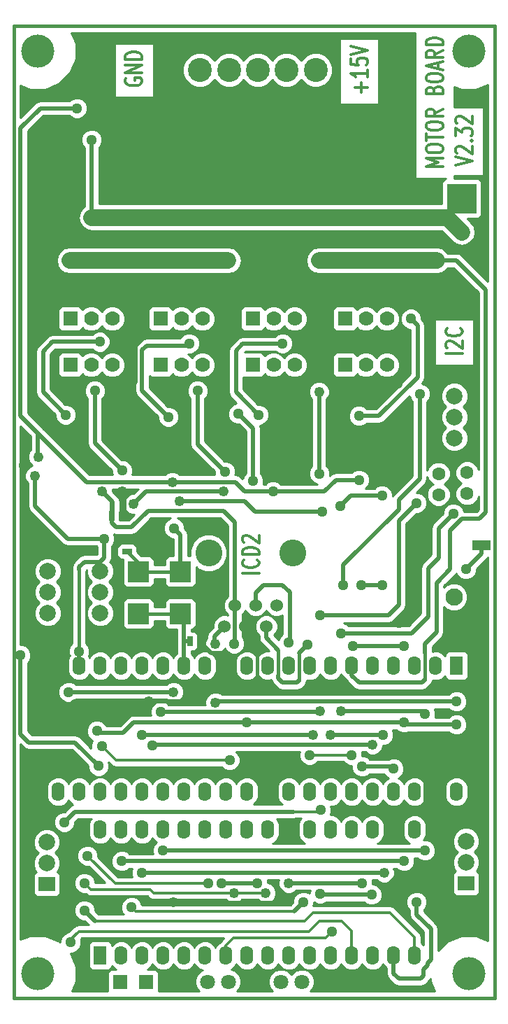
<source format=gtl>
G04 (created by PCBNEW-RS274X (2011-04-29 BZR 2986)-stable) date 29/01/2012 21:43:35*
G01*
G70*
G90*
%MOIN*%
G04 Gerber Fmt 3.4, Leading zero omitted, Abs format*
%FSLAX34Y34*%
G04 APERTURE LIST*
%ADD10C,0.006000*%
%ADD11C,0.012000*%
%ADD12C,0.015000*%
%ADD13C,0.063000*%
%ADD14R,0.062000X0.090000*%
%ADD15O,0.062000X0.090000*%
%ADD16R,0.082700X0.070900*%
%ADD17C,0.082700*%
%ADD18R,0.078700X0.070900*%
%ADD19C,0.078700*%
%ADD20R,0.025000X0.045000*%
%ADD21R,0.045000X0.025000*%
%ADD22R,0.114200X0.114200*%
%ADD23C,0.114200*%
%ADD24R,0.078700X0.078700*%
%ADD25C,0.070000*%
%ADD26R,0.070000X0.070000*%
%ADD27C,0.060000*%
%ADD28C,0.128000*%
%ADD29R,0.140000X0.140000*%
%ADD30C,0.140000*%
%ADD31C,0.157500*%
%ADD32R,0.090600X0.051200*%
%ADD33R,0.070900X0.070900*%
%ADD34C,0.070900*%
%ADD35R,0.100000X0.100000*%
%ADD36C,0.051200*%
%ADD37C,0.049200*%
%ADD38C,0.078700*%
%ADD39C,0.019700*%
%ADD40C,0.013800*%
%ADD41C,0.015700*%
%ADD42C,0.010000*%
G04 APERTURE END LIST*
G54D10*
G54D11*
X28674Y-33160D02*
X27874Y-33160D01*
X27950Y-32903D02*
X27912Y-32874D01*
X27874Y-32817D01*
X27874Y-32674D01*
X27912Y-32617D01*
X27950Y-32588D01*
X28026Y-32560D01*
X28102Y-32560D01*
X28217Y-32588D01*
X28674Y-32931D01*
X28674Y-32560D01*
X28598Y-31960D02*
X28636Y-31989D01*
X28674Y-32075D01*
X28674Y-32132D01*
X28636Y-32217D01*
X28560Y-32275D01*
X28483Y-32303D01*
X28331Y-32332D01*
X28217Y-32332D01*
X28064Y-32303D01*
X27988Y-32275D01*
X27912Y-32217D01*
X27874Y-32132D01*
X27874Y-32075D01*
X27912Y-31989D01*
X27950Y-31960D01*
X18974Y-43610D02*
X18174Y-43610D01*
X18898Y-42981D02*
X18936Y-43010D01*
X18974Y-43096D01*
X18974Y-43153D01*
X18936Y-43238D01*
X18860Y-43296D01*
X18783Y-43324D01*
X18631Y-43353D01*
X18517Y-43353D01*
X18364Y-43324D01*
X18288Y-43296D01*
X18212Y-43238D01*
X18174Y-43153D01*
X18174Y-43096D01*
X18212Y-43010D01*
X18250Y-42981D01*
X18974Y-42724D02*
X18174Y-42724D01*
X18174Y-42581D01*
X18212Y-42496D01*
X18288Y-42438D01*
X18364Y-42410D01*
X18517Y-42381D01*
X18631Y-42381D01*
X18783Y-42410D01*
X18860Y-42438D01*
X18936Y-42496D01*
X18974Y-42581D01*
X18974Y-42724D01*
X18250Y-42153D02*
X18212Y-42124D01*
X18174Y-42067D01*
X18174Y-41924D01*
X18212Y-41867D01*
X18250Y-41838D01*
X18326Y-41810D01*
X18402Y-41810D01*
X18517Y-41838D01*
X18974Y-42181D01*
X18974Y-41810D01*
X12637Y-20057D02*
X12599Y-20114D01*
X12599Y-20200D01*
X12637Y-20285D01*
X12713Y-20343D01*
X12789Y-20371D01*
X12942Y-20400D01*
X13056Y-20400D01*
X13208Y-20371D01*
X13285Y-20343D01*
X13361Y-20285D01*
X13399Y-20200D01*
X13399Y-20143D01*
X13361Y-20057D01*
X13323Y-20028D01*
X13056Y-20028D01*
X13056Y-20143D01*
X13399Y-19771D02*
X12599Y-19771D01*
X13399Y-19428D01*
X12599Y-19428D01*
X13399Y-19142D02*
X12599Y-19142D01*
X12599Y-18999D01*
X12637Y-18914D01*
X12713Y-18856D01*
X12789Y-18828D01*
X12942Y-18799D01*
X13056Y-18799D01*
X13208Y-18828D01*
X13285Y-18856D01*
X13361Y-18914D01*
X13399Y-18999D01*
X13399Y-19142D01*
X23844Y-20706D02*
X23844Y-20249D01*
X24149Y-20478D02*
X23539Y-20478D01*
X24149Y-19649D02*
X24149Y-19992D01*
X24149Y-19820D02*
X23349Y-19820D01*
X23463Y-19877D01*
X23539Y-19935D01*
X23577Y-19992D01*
X23349Y-19106D02*
X23349Y-19392D01*
X23730Y-19421D01*
X23692Y-19392D01*
X23654Y-19335D01*
X23654Y-19192D01*
X23692Y-19135D01*
X23730Y-19106D01*
X23806Y-19078D01*
X23996Y-19078D01*
X24073Y-19106D01*
X24111Y-19135D01*
X24149Y-19192D01*
X24149Y-19335D01*
X24111Y-19392D01*
X24073Y-19421D01*
X23349Y-18907D02*
X24149Y-18707D01*
X23349Y-18507D01*
X27749Y-24257D02*
X26949Y-24257D01*
X27520Y-24057D01*
X26949Y-23857D01*
X27749Y-23857D01*
X26949Y-23457D02*
X26949Y-23343D01*
X26987Y-23285D01*
X27063Y-23228D01*
X27215Y-23200D01*
X27482Y-23200D01*
X27635Y-23228D01*
X27711Y-23285D01*
X27749Y-23343D01*
X27749Y-23457D01*
X27711Y-23514D01*
X27635Y-23571D01*
X27482Y-23600D01*
X27215Y-23600D01*
X27063Y-23571D01*
X26987Y-23514D01*
X26949Y-23457D01*
X26949Y-23028D02*
X26949Y-22685D01*
X27749Y-22856D02*
X26949Y-22856D01*
X26949Y-22371D02*
X26949Y-22257D01*
X26987Y-22199D01*
X27063Y-22142D01*
X27215Y-22114D01*
X27482Y-22114D01*
X27635Y-22142D01*
X27711Y-22199D01*
X27749Y-22257D01*
X27749Y-22371D01*
X27711Y-22428D01*
X27635Y-22485D01*
X27482Y-22514D01*
X27215Y-22514D01*
X27063Y-22485D01*
X26987Y-22428D01*
X26949Y-22371D01*
X27749Y-21513D02*
X27368Y-21713D01*
X27749Y-21856D02*
X26949Y-21856D01*
X26949Y-21628D01*
X26987Y-21570D01*
X27025Y-21542D01*
X27101Y-21513D01*
X27215Y-21513D01*
X27292Y-21542D01*
X27330Y-21570D01*
X27368Y-21628D01*
X27368Y-21856D01*
X27330Y-20599D02*
X27368Y-20513D01*
X27406Y-20485D01*
X27482Y-20456D01*
X27596Y-20456D01*
X27673Y-20485D01*
X27711Y-20513D01*
X27749Y-20571D01*
X27749Y-20799D01*
X26949Y-20799D01*
X26949Y-20599D01*
X26987Y-20542D01*
X27025Y-20513D01*
X27101Y-20485D01*
X27177Y-20485D01*
X27254Y-20513D01*
X27292Y-20542D01*
X27330Y-20599D01*
X27330Y-20799D01*
X26949Y-20085D02*
X26949Y-19971D01*
X26987Y-19913D01*
X27063Y-19856D01*
X27215Y-19828D01*
X27482Y-19828D01*
X27635Y-19856D01*
X27711Y-19913D01*
X27749Y-19971D01*
X27749Y-20085D01*
X27711Y-20142D01*
X27635Y-20199D01*
X27482Y-20228D01*
X27215Y-20228D01*
X27063Y-20199D01*
X26987Y-20142D01*
X26949Y-20085D01*
X27520Y-19599D02*
X27520Y-19313D01*
X27749Y-19656D02*
X26949Y-19456D01*
X27749Y-19256D01*
X27749Y-18713D02*
X27368Y-18913D01*
X27749Y-19056D02*
X26949Y-19056D01*
X26949Y-18828D01*
X26987Y-18770D01*
X27025Y-18742D01*
X27101Y-18713D01*
X27215Y-18713D01*
X27292Y-18742D01*
X27330Y-18770D01*
X27368Y-18828D01*
X27368Y-19056D01*
X27749Y-18456D02*
X26949Y-18456D01*
X26949Y-18313D01*
X26987Y-18228D01*
X27063Y-18170D01*
X27139Y-18142D01*
X27292Y-18113D01*
X27406Y-18113D01*
X27558Y-18142D01*
X27635Y-18170D01*
X27711Y-18228D01*
X27749Y-18313D01*
X27749Y-18456D01*
X28349Y-24199D02*
X29149Y-23999D01*
X28349Y-23799D01*
X28425Y-23628D02*
X28387Y-23599D01*
X28349Y-23542D01*
X28349Y-23399D01*
X28387Y-23342D01*
X28425Y-23313D01*
X28501Y-23285D01*
X28577Y-23285D01*
X28692Y-23313D01*
X29149Y-23656D01*
X29149Y-23285D01*
X29073Y-23028D02*
X29111Y-23000D01*
X29149Y-23028D01*
X29111Y-23057D01*
X29073Y-23028D01*
X29149Y-23028D01*
X28349Y-22799D02*
X28349Y-22428D01*
X28654Y-22628D01*
X28654Y-22542D01*
X28692Y-22485D01*
X28730Y-22456D01*
X28806Y-22428D01*
X28996Y-22428D01*
X29073Y-22456D01*
X29111Y-22485D01*
X29149Y-22542D01*
X29149Y-22714D01*
X29111Y-22771D01*
X29073Y-22799D01*
X28425Y-22200D02*
X28387Y-22171D01*
X28349Y-22114D01*
X28349Y-21971D01*
X28387Y-21914D01*
X28425Y-21885D01*
X28501Y-21857D01*
X28577Y-21857D01*
X28692Y-21885D01*
X29149Y-22228D01*
X29149Y-21857D01*
G54D12*
X07275Y-17550D02*
X30225Y-17550D01*
X30225Y-17550D02*
X30225Y-63850D01*
X30225Y-63850D02*
X07275Y-63850D01*
X07275Y-63850D02*
X07275Y-17550D01*
X07275Y-17550D02*
X07300Y-17550D01*
G54D13*
X27550Y-38875D03*
X27550Y-39875D03*
G54D14*
X11400Y-61825D03*
G54D15*
X12400Y-61825D03*
X13400Y-61825D03*
X14400Y-61825D03*
X15400Y-61825D03*
X16400Y-61825D03*
X17400Y-61825D03*
X18400Y-61825D03*
X19400Y-61825D03*
X20400Y-61825D03*
X21400Y-61825D03*
X22400Y-61825D03*
X23400Y-61825D03*
X24400Y-61825D03*
X25400Y-61825D03*
X26400Y-61825D03*
X26400Y-55825D03*
X25400Y-55825D03*
X24400Y-55825D03*
X23400Y-55825D03*
X22400Y-55825D03*
X21400Y-55825D03*
X20400Y-55825D03*
X19400Y-55825D03*
X18400Y-55825D03*
X17400Y-55825D03*
X16400Y-55825D03*
X15400Y-55825D03*
X14400Y-55825D03*
X13400Y-55825D03*
X12400Y-55825D03*
X11400Y-55825D03*
G54D14*
X28400Y-48025D03*
G54D15*
X27400Y-48025D03*
X26400Y-48025D03*
X25400Y-48025D03*
X24400Y-48025D03*
X23400Y-48025D03*
X22400Y-48025D03*
X21400Y-48025D03*
X20400Y-48025D03*
X19400Y-48025D03*
X18400Y-48025D03*
X17400Y-48025D03*
X16400Y-48025D03*
X15400Y-48025D03*
X14400Y-48025D03*
X13400Y-48025D03*
X12400Y-48025D03*
X11400Y-48025D03*
X10400Y-48025D03*
X09400Y-48025D03*
X09400Y-54025D03*
X10400Y-54025D03*
X11400Y-54025D03*
X12400Y-54025D03*
X13400Y-54025D03*
X14400Y-54025D03*
X15400Y-54025D03*
X16400Y-54025D03*
X17400Y-54025D03*
X18400Y-54025D03*
X19400Y-54025D03*
X20400Y-54025D03*
X21400Y-54025D03*
X22400Y-54025D03*
X23400Y-54025D03*
X24400Y-54025D03*
X25400Y-54025D03*
X26400Y-54025D03*
X27400Y-54025D03*
X28400Y-54025D03*
G54D16*
X28275Y-45750D03*
G54D17*
X28275Y-44750D03*
G54D18*
X08850Y-58425D03*
G54D19*
X08850Y-57425D03*
X08850Y-56425D03*
G54D18*
X28850Y-58375D03*
G54D19*
X28850Y-57375D03*
X28850Y-56375D03*
G54D20*
X15675Y-46850D03*
X16275Y-46850D03*
G54D21*
X12675Y-42575D03*
X12675Y-41975D03*
G54D22*
X14775Y-19650D03*
G54D23*
X16150Y-19650D03*
X17550Y-19650D03*
X18925Y-19650D03*
X20300Y-19650D03*
X21675Y-19650D03*
G54D24*
X28300Y-34175D03*
G54D19*
X28300Y-35175D03*
X28300Y-36175D03*
X28300Y-37175D03*
G54D13*
X28900Y-38825D03*
X28900Y-39825D03*
G54D20*
X11950Y-40875D03*
X12550Y-40875D03*
G54D25*
X25075Y-31500D03*
X24075Y-31500D03*
G54D26*
X23075Y-31500D03*
G54D25*
X25075Y-33700D03*
X24075Y-33700D03*
G54D26*
X23075Y-33700D03*
G54D25*
X11975Y-31500D03*
X10975Y-31500D03*
G54D26*
X09975Y-31500D03*
G54D25*
X16275Y-31500D03*
X15275Y-31500D03*
G54D26*
X14275Y-31500D03*
G54D25*
X11975Y-33700D03*
X10975Y-33700D03*
G54D26*
X09975Y-33700D03*
G54D25*
X16275Y-33700D03*
X15275Y-33700D03*
G54D26*
X14275Y-33700D03*
G54D25*
X20675Y-31500D03*
X19675Y-31500D03*
G54D26*
X18675Y-31500D03*
G54D25*
X20675Y-33700D03*
X19675Y-33700D03*
G54D26*
X18675Y-33700D03*
G54D27*
X18825Y-45150D03*
X17825Y-45150D03*
X19825Y-45150D03*
X17325Y-46150D03*
X18325Y-46150D03*
X19325Y-46150D03*
G54D28*
X20575Y-42650D03*
X16575Y-42650D03*
G54D29*
X28650Y-25775D03*
G54D30*
X08650Y-25775D03*
G54D31*
X08425Y-18750D03*
X28975Y-18750D03*
X28975Y-62700D03*
X08425Y-62700D03*
G54D24*
X08900Y-46525D03*
G54D19*
X08900Y-45525D03*
X08900Y-44525D03*
X08900Y-43525D03*
G54D32*
X29600Y-42275D03*
X26600Y-42275D03*
G54D33*
X13600Y-63075D03*
G54D34*
X14600Y-63075D03*
G54D33*
X12350Y-63075D03*
G54D34*
X11350Y-63075D03*
G54D24*
X11400Y-46525D03*
G54D19*
X11400Y-45525D03*
X11400Y-44525D03*
X11400Y-43525D03*
G54D34*
X22025Y-63075D03*
X21025Y-63075D03*
X20025Y-63075D03*
X18525Y-63075D03*
X17525Y-63075D03*
X16525Y-63075D03*
G54D35*
X15225Y-43550D03*
X15225Y-45550D03*
X13225Y-45550D03*
X13225Y-43550D03*
G54D36*
X23750Y-39175D03*
X19650Y-39725D03*
G54D37*
X08450Y-38075D03*
G54D36*
X10300Y-21475D03*
G54D37*
X14850Y-39275D03*
G54D36*
X28650Y-27375D03*
X19650Y-26675D03*
X11000Y-22975D03*
X24100Y-26675D03*
X15300Y-26675D03*
X11000Y-26675D03*
G54D37*
X17775Y-58850D03*
G54D36*
X11250Y-51125D03*
X18400Y-50725D03*
X28400Y-50825D03*
X25900Y-50725D03*
X25900Y-47075D03*
X23450Y-47075D03*
X17800Y-46975D03*
G54D37*
X11500Y-39725D03*
X19300Y-58850D03*
G54D36*
X10650Y-58375D03*
X13200Y-28725D03*
X17500Y-28725D03*
X09950Y-28725D03*
X22000Y-40675D03*
G54D37*
X15200Y-40175D03*
G54D36*
X27450Y-28725D03*
X21850Y-28725D03*
X10400Y-47350D03*
G54D37*
X08300Y-38975D03*
G54D36*
X11600Y-41975D03*
X14400Y-56825D03*
X26900Y-56825D03*
X12425Y-57325D03*
X25900Y-57325D03*
X13400Y-57875D03*
G54D37*
X24950Y-57875D03*
X24400Y-51775D03*
G54D36*
X13900Y-51825D03*
X26900Y-50325D03*
G54D37*
X22900Y-50175D03*
G54D36*
X25400Y-52925D03*
X23900Y-52825D03*
G54D37*
X20400Y-58375D03*
G54D36*
X23900Y-58375D03*
X21400Y-52275D03*
X23400Y-52275D03*
X22450Y-60700D03*
X21300Y-47025D03*
X20400Y-46925D03*
X11325Y-52800D03*
X07600Y-47525D03*
G54D37*
X22400Y-51325D03*
G54D36*
X24900Y-51325D03*
G54D37*
X16900Y-49775D03*
G54D36*
X28400Y-49725D03*
G54D37*
X16900Y-46975D03*
G54D36*
X12900Y-59525D03*
X21100Y-59275D03*
X17200Y-58375D03*
X18900Y-58375D03*
X25575Y-34575D03*
G54D37*
X14900Y-59275D03*
G54D36*
X11850Y-35025D03*
X25650Y-45975D03*
X21000Y-39125D03*
G54D37*
X19950Y-59225D03*
G54D36*
X28750Y-30525D03*
X16750Y-35025D03*
X27900Y-49125D03*
X09850Y-50025D03*
X08250Y-53925D03*
X17400Y-49025D03*
G54D37*
X12450Y-39725D03*
G54D36*
X25400Y-58475D03*
X14150Y-41275D03*
X07750Y-38475D03*
G54D37*
X08050Y-42625D03*
G54D36*
X27750Y-52675D03*
X29450Y-52675D03*
G54D37*
X13725Y-49725D03*
G54D36*
X17575Y-52525D03*
X11475Y-51850D03*
X10650Y-59675D03*
X21925Y-54900D03*
X24350Y-58925D03*
X21900Y-58875D03*
X09700Y-55475D03*
G54D37*
X14900Y-49275D03*
G54D36*
X09900Y-49275D03*
X28850Y-43425D03*
X14300Y-50225D03*
G54D37*
X21900Y-50175D03*
G54D36*
X26500Y-40275D03*
X21900Y-45625D03*
X26500Y-59275D03*
X14925Y-41475D03*
X28250Y-40775D03*
G54D37*
X21550Y-51325D03*
G54D36*
X13400Y-51325D03*
X22900Y-46475D03*
X10800Y-57075D03*
X16550Y-58400D03*
X10000Y-61200D03*
X16050Y-34925D03*
X17350Y-38775D03*
X26650Y-35075D03*
X23000Y-44175D03*
G54D37*
X17300Y-39725D03*
X13000Y-40325D03*
G54D36*
X11375Y-32600D03*
X09750Y-36075D03*
X11150Y-34925D03*
X12450Y-38725D03*
X21850Y-38875D03*
G54D37*
X21850Y-34975D03*
G54D36*
X18700Y-39225D03*
X18000Y-36025D03*
X15650Y-32675D03*
X14650Y-36175D03*
X24850Y-39925D03*
X22850Y-40425D03*
X23850Y-44175D03*
X24850Y-44175D03*
X20100Y-32675D03*
X18950Y-36075D03*
X23750Y-36125D03*
X26225Y-31500D03*
G54D38*
X27950Y-26675D02*
X28650Y-27375D01*
G54D39*
X27950Y-26675D02*
X28650Y-27375D01*
X17350Y-39275D02*
X17850Y-39275D01*
X07600Y-22425D02*
X08550Y-21475D01*
X07600Y-36125D02*
X07600Y-22425D01*
X08850Y-37375D02*
X08425Y-36950D01*
X08550Y-21475D02*
X10300Y-21475D01*
X10750Y-39275D02*
X08850Y-37375D01*
X14850Y-39275D02*
X10750Y-39275D01*
X08450Y-38075D02*
X08425Y-38050D01*
X08425Y-38050D02*
X08425Y-36950D01*
X23750Y-39175D02*
X22650Y-39175D01*
X22650Y-39175D02*
X22100Y-39725D01*
X22100Y-39725D02*
X19650Y-39725D01*
X08425Y-36950D02*
X07600Y-36125D01*
X18300Y-39725D02*
X19650Y-39725D01*
X14850Y-39275D02*
X17350Y-39275D01*
X17850Y-39275D02*
X18300Y-39725D01*
G54D38*
X11000Y-26675D02*
X27950Y-26675D01*
G54D39*
X24100Y-26675D02*
X27950Y-26675D01*
X11000Y-22975D02*
X11000Y-26675D01*
X19650Y-26675D02*
X24100Y-26675D01*
X15300Y-26675D02*
X19650Y-26675D01*
X11000Y-26675D02*
X15300Y-26675D01*
G54D40*
X19300Y-58850D02*
X17775Y-58850D01*
G54D39*
X13675Y-40650D02*
X12900Y-41425D01*
X17275Y-40650D02*
X13675Y-40650D01*
X17825Y-41200D02*
X17275Y-40650D01*
X13000Y-50725D02*
X14400Y-50725D01*
X11350Y-51225D02*
X11250Y-51125D01*
X11950Y-40875D02*
X11950Y-41225D01*
X11950Y-41225D02*
X12150Y-41425D01*
X12150Y-41425D02*
X12900Y-41425D01*
X17825Y-41950D02*
X17825Y-45150D01*
X11950Y-40875D02*
X11950Y-40175D01*
X11950Y-40175D02*
X11500Y-39725D01*
X25900Y-50725D02*
X18400Y-50725D01*
X26000Y-50825D02*
X28400Y-50825D01*
X25900Y-50725D02*
X26000Y-50825D01*
X23450Y-47075D02*
X25900Y-47075D01*
X17800Y-46975D02*
X17825Y-46950D01*
X17825Y-46950D02*
X17825Y-45150D01*
X12000Y-40225D02*
X12000Y-40625D01*
X11500Y-39725D02*
X12000Y-40225D01*
X18400Y-50725D02*
X14400Y-50725D01*
X11500Y-51225D02*
X11350Y-51225D01*
X11500Y-51225D02*
X12500Y-51225D01*
X17825Y-41950D02*
X17825Y-41200D01*
G54D40*
X17775Y-58850D02*
X13950Y-58850D01*
G54D39*
X12500Y-51225D02*
X13000Y-50725D01*
G54D40*
X13775Y-58675D02*
X10950Y-58675D01*
X10950Y-58675D02*
X10650Y-58375D01*
X13950Y-58850D02*
X13775Y-58675D01*
G54D38*
X13200Y-28725D02*
X17500Y-28725D01*
G54D39*
X19275Y-40675D02*
X18800Y-40675D01*
X18300Y-40175D02*
X15200Y-40175D01*
X18800Y-40675D02*
X18300Y-40175D01*
X22000Y-40675D02*
X19275Y-40675D01*
G54D38*
X13200Y-28725D02*
X09950Y-28725D01*
G54D39*
X23400Y-48025D02*
X23400Y-48475D01*
G54D41*
X26900Y-48675D02*
X26900Y-47425D01*
G54D39*
X28100Y-41575D02*
X28650Y-41025D01*
X28100Y-42575D02*
X28100Y-41575D01*
X28100Y-42575D02*
X28100Y-43425D01*
X23400Y-48475D02*
X23750Y-48825D01*
X23750Y-48825D02*
X26750Y-48825D01*
X26750Y-48825D02*
X26900Y-48675D01*
X27450Y-44075D02*
X27450Y-46425D01*
X28400Y-28725D02*
X27450Y-28725D01*
X26900Y-46975D02*
X26900Y-47425D01*
X27450Y-46425D02*
X26900Y-46975D01*
X28100Y-43425D02*
X27450Y-44075D01*
X29800Y-30125D02*
X28400Y-28725D01*
X29800Y-40725D02*
X29800Y-30125D01*
X29500Y-41025D02*
X29800Y-40725D01*
X28650Y-41025D02*
X29500Y-41025D01*
G54D38*
X21850Y-28725D02*
X27450Y-28725D01*
G54D39*
X09850Y-41975D02*
X11600Y-41975D01*
X08300Y-40425D02*
X09850Y-41975D01*
X08300Y-38975D02*
X08300Y-40425D01*
G54D41*
X10400Y-47350D02*
X10400Y-43450D01*
G54D39*
X11600Y-42875D02*
X11600Y-41975D01*
X11400Y-43075D02*
X11600Y-42875D01*
X10650Y-43075D02*
X11400Y-43075D01*
X10400Y-43325D02*
X10650Y-43075D01*
X10400Y-43450D02*
X10400Y-43325D01*
X26900Y-56825D02*
X14400Y-56825D01*
X25900Y-57325D02*
X13900Y-57325D01*
X12400Y-57325D02*
X13900Y-57325D01*
G54D40*
X12425Y-57325D02*
X12400Y-57325D01*
G54D39*
X13400Y-57875D02*
X24950Y-57875D01*
X13900Y-51825D02*
X13950Y-51775D01*
X13950Y-51775D02*
X15050Y-51775D01*
X15050Y-51775D02*
X24400Y-51775D01*
X26900Y-50325D02*
X26750Y-50175D01*
X26750Y-50175D02*
X22900Y-50175D01*
X25300Y-52825D02*
X23900Y-52825D01*
X25400Y-52925D02*
X25300Y-52825D01*
X23900Y-58375D02*
X20400Y-58375D01*
G54D40*
X23400Y-52275D02*
X21400Y-52275D01*
X17400Y-61350D02*
X17750Y-61000D01*
X22150Y-61000D02*
X20825Y-61000D01*
X17750Y-61000D02*
X20825Y-61000D01*
X20825Y-61000D02*
X22150Y-61000D01*
X22450Y-60700D02*
X22150Y-61000D01*
X17400Y-61825D02*
X17400Y-61350D01*
G54D41*
X13225Y-45550D02*
X15225Y-45550D01*
G54D39*
X15400Y-45725D02*
X15225Y-45550D01*
X15400Y-46850D02*
X15400Y-45725D01*
X15400Y-48025D02*
X15400Y-46850D01*
X15675Y-46850D02*
X15400Y-46850D01*
X20100Y-48825D02*
X19900Y-48625D01*
X21300Y-47025D02*
X20900Y-47425D01*
X19325Y-46700D02*
X19900Y-47275D01*
X20900Y-48725D02*
X20800Y-48825D01*
G54D41*
X19900Y-47275D02*
X19900Y-47975D01*
X19900Y-48475D02*
X19900Y-47975D01*
G54D39*
X19325Y-46150D02*
X19325Y-46700D01*
X20800Y-48825D02*
X20100Y-48825D01*
X19900Y-48625D02*
X19900Y-48475D01*
G54D41*
X20900Y-47425D02*
X20900Y-48725D01*
G54D39*
X20450Y-44525D02*
X20100Y-44175D01*
X20400Y-46925D02*
X20450Y-46875D01*
X19200Y-44175D02*
X18825Y-44550D01*
X20450Y-46875D02*
X20450Y-44525D01*
X20100Y-44175D02*
X19200Y-44175D01*
X18825Y-44550D02*
X18825Y-45150D01*
X07600Y-47525D02*
X07600Y-49775D01*
X10200Y-51675D02*
X08250Y-51675D01*
X11325Y-52800D02*
X10200Y-51675D01*
X07600Y-51275D02*
X08000Y-51675D01*
X07600Y-49775D02*
X07600Y-51275D01*
X08000Y-51675D02*
X08250Y-51675D01*
X22400Y-51325D02*
X24900Y-51325D01*
X16900Y-49775D02*
X16950Y-49725D01*
X16950Y-49725D02*
X28400Y-49725D01*
X16850Y-46925D02*
X16900Y-46975D01*
X16850Y-46625D02*
X16850Y-46925D01*
X17325Y-46150D02*
X16850Y-46625D01*
G54D40*
X20650Y-59725D02*
X21100Y-59275D01*
X19825Y-59725D02*
X20650Y-59725D01*
X13100Y-59725D02*
X19825Y-59725D01*
X12900Y-59525D02*
X13100Y-59725D01*
X20650Y-59725D02*
X21100Y-59275D01*
G54D39*
X21100Y-59275D02*
X20650Y-59725D01*
X18900Y-58375D02*
X17200Y-58375D01*
X17400Y-33850D02*
X17400Y-30075D01*
X12550Y-40875D02*
X12550Y-39825D01*
X26600Y-45025D02*
X25650Y-45975D01*
X26600Y-44225D02*
X26600Y-45025D01*
X27750Y-49275D02*
X19400Y-49275D01*
X08650Y-29475D02*
X08650Y-25775D01*
X12600Y-35025D02*
X13100Y-34525D01*
X13100Y-34525D02*
X13100Y-32625D01*
X11850Y-35025D02*
X12600Y-35025D01*
X09000Y-29825D02*
X08650Y-29475D01*
X13100Y-30425D02*
X12500Y-29825D01*
X13100Y-32625D02*
X13100Y-30425D01*
X25900Y-32825D02*
X25900Y-33900D01*
X25700Y-32625D02*
X25900Y-32825D01*
X21700Y-32625D02*
X25700Y-32625D01*
X16750Y-35025D02*
X17200Y-35025D01*
X17200Y-35025D02*
X17400Y-34825D01*
X17400Y-34825D02*
X17400Y-33850D01*
X21000Y-35225D02*
X21000Y-34775D01*
X21000Y-34775D02*
X21700Y-34075D01*
X21700Y-33525D02*
X21700Y-32625D01*
X21700Y-34075D02*
X21700Y-33525D01*
X21700Y-33525D02*
X21700Y-30075D01*
G54D38*
X08650Y-29475D02*
X08650Y-25775D01*
X17400Y-30075D02*
X09250Y-30075D01*
X09250Y-30075D02*
X08650Y-29475D01*
X21700Y-30075D02*
X17400Y-30075D01*
X28750Y-30525D02*
X28300Y-30075D01*
X28300Y-30075D02*
X21700Y-30075D01*
G54D39*
X27750Y-49275D02*
X27900Y-49125D01*
X25900Y-33900D02*
X25900Y-34250D01*
X26600Y-44225D02*
X26600Y-42275D01*
X25900Y-34250D02*
X25575Y-34575D01*
X18900Y-48775D02*
X19400Y-49275D01*
X10150Y-49725D02*
X09850Y-50025D01*
X11900Y-49725D02*
X10150Y-49725D01*
X16150Y-49025D02*
X15450Y-49725D01*
X13725Y-49725D02*
X11900Y-49725D01*
X15450Y-49725D02*
X13725Y-49725D01*
X17400Y-49025D02*
X16150Y-49025D01*
X08650Y-25775D02*
X08650Y-29475D01*
X16700Y-47425D02*
X17150Y-47425D01*
X16275Y-47000D02*
X16700Y-47425D01*
X16275Y-46850D02*
X16275Y-47000D01*
X17400Y-47675D02*
X17150Y-47425D01*
X17400Y-48025D02*
X17400Y-47675D01*
X08250Y-53925D02*
X07900Y-54275D01*
G54D40*
X14650Y-59275D02*
X13500Y-59275D01*
X09850Y-59025D02*
X09550Y-59325D01*
X13250Y-59025D02*
X09850Y-59025D01*
X13500Y-59275D02*
X13250Y-59025D01*
X14900Y-59275D02*
X14650Y-59275D01*
X08950Y-59325D02*
X09550Y-59325D01*
G54D39*
X08150Y-59325D02*
X08950Y-59325D01*
X07900Y-54275D02*
X07900Y-59075D01*
X07900Y-59075D02*
X08150Y-59325D01*
X21000Y-39125D02*
X21000Y-35225D01*
X12500Y-29825D02*
X09000Y-29825D01*
X18325Y-46600D02*
X18900Y-47175D01*
G54D41*
X18900Y-47175D02*
X18900Y-48775D01*
G54D39*
X18900Y-48775D02*
X18650Y-49025D01*
X18650Y-49025D02*
X17400Y-49025D01*
X12550Y-39825D02*
X12450Y-39725D01*
X12550Y-39825D02*
X12450Y-39725D01*
G54D40*
X27500Y-56475D02*
X27500Y-55475D01*
G54D39*
X27750Y-52675D02*
X27250Y-52675D01*
X27250Y-52675D02*
X26900Y-53025D01*
X27500Y-56475D02*
X27500Y-57925D01*
X27500Y-57925D02*
X26950Y-58475D01*
X26950Y-58475D02*
X25400Y-58475D01*
G54D40*
X27500Y-55475D02*
X26900Y-54875D01*
X26900Y-54875D02*
X26900Y-53025D01*
X12675Y-41975D02*
X13450Y-41975D01*
X13450Y-41975D02*
X14150Y-41275D01*
G54D39*
X18325Y-46150D02*
X18325Y-46600D01*
X07750Y-38475D02*
X07700Y-38525D01*
X07700Y-38525D02*
X07700Y-42275D01*
X07700Y-42275D02*
X08050Y-42625D01*
X29450Y-52675D02*
X27750Y-52675D01*
G54D40*
X19900Y-59275D02*
X19950Y-59225D01*
X14900Y-59275D02*
X19900Y-59275D01*
X12150Y-52525D02*
X17575Y-52525D01*
X11475Y-51850D02*
X12150Y-52525D01*
X25225Y-59775D02*
X26400Y-60950D01*
G54D39*
X11150Y-60175D02*
X10650Y-59675D01*
G54D40*
X20100Y-60175D02*
X11150Y-60175D01*
X11150Y-60175D02*
X10650Y-59675D01*
X21550Y-59775D02*
X25225Y-59775D01*
X21150Y-60175D02*
X21550Y-59775D01*
X20100Y-60175D02*
X21150Y-60175D01*
X26400Y-60950D02*
X26400Y-61825D01*
G54D39*
X10200Y-54975D02*
X20625Y-54975D01*
G54D40*
X21850Y-54975D02*
X21925Y-54900D01*
G54D39*
X21900Y-58875D02*
X21950Y-58925D01*
X21950Y-58925D02*
X24350Y-58925D01*
X09700Y-55475D02*
X10200Y-54975D01*
G54D40*
X20625Y-54975D02*
X21850Y-54975D01*
G54D39*
X09900Y-49275D02*
X14900Y-49275D01*
X29600Y-42275D02*
X29600Y-42675D01*
X29600Y-42675D02*
X28850Y-43425D01*
X26500Y-40275D02*
X25650Y-41125D01*
X25650Y-41125D02*
X25650Y-44225D01*
X21850Y-50225D02*
X14300Y-50225D01*
X21900Y-50175D02*
X21850Y-50225D01*
X21900Y-45625D02*
X25150Y-45625D01*
X25650Y-45125D02*
X25650Y-44225D01*
X25150Y-45625D02*
X25650Y-45125D01*
X26250Y-62925D02*
X26700Y-62925D01*
X26700Y-62925D02*
X26825Y-62800D01*
X27175Y-62025D02*
X27175Y-60775D01*
X27025Y-62175D02*
X27175Y-62025D01*
X27025Y-62300D02*
X27025Y-62175D01*
X26825Y-62500D02*
X27025Y-62300D01*
X26825Y-62800D02*
X26825Y-62500D01*
X25400Y-61825D02*
X25400Y-62675D01*
X25400Y-62675D02*
X25650Y-62925D01*
X25650Y-62925D02*
X26250Y-62925D01*
X27175Y-60775D02*
X27175Y-60550D01*
X27175Y-60550D02*
X26500Y-59875D01*
X26500Y-59875D02*
X26500Y-59275D01*
X25650Y-62925D02*
X25400Y-62675D01*
G54D41*
X13225Y-43125D02*
X12675Y-42575D01*
X13225Y-43550D02*
X13225Y-43125D01*
X13225Y-43550D02*
X15225Y-43550D01*
G54D39*
X15225Y-43550D02*
X15225Y-41775D01*
X15225Y-41775D02*
X14925Y-41475D01*
X21550Y-51325D02*
X13400Y-51325D01*
X27550Y-42875D02*
X27050Y-43375D01*
X27550Y-41475D02*
X27550Y-42325D01*
X28250Y-40775D02*
X27550Y-41475D01*
X27550Y-42325D02*
X27550Y-42875D01*
X27050Y-45675D02*
X26250Y-46475D01*
X26250Y-46475D02*
X22900Y-46475D01*
X27050Y-43375D02*
X27050Y-45675D01*
G54D40*
X12125Y-58400D02*
X10800Y-57075D01*
X14800Y-58400D02*
X12125Y-58400D01*
X14800Y-58400D02*
X16550Y-58400D01*
G54D39*
X10000Y-61200D02*
X09950Y-61200D01*
G54D40*
X20375Y-60675D02*
X15500Y-60675D01*
X15500Y-60675D02*
X14825Y-60675D01*
X20375Y-60675D02*
X21350Y-60675D01*
X23400Y-60650D02*
X23400Y-61825D01*
X22925Y-60175D02*
X23400Y-60650D01*
X21850Y-60175D02*
X22925Y-60175D01*
X21350Y-60675D02*
X21850Y-60175D01*
X14825Y-60675D02*
X10375Y-60675D01*
X09950Y-61100D02*
X09950Y-61200D01*
X10375Y-60675D02*
X09950Y-61100D01*
G54D39*
X16050Y-37475D02*
X16050Y-34925D01*
X17350Y-38775D02*
X16050Y-37475D01*
X25650Y-40125D02*
X26650Y-39125D01*
X25650Y-40575D02*
X25650Y-40125D01*
X26650Y-39125D02*
X26650Y-35075D01*
X23000Y-44175D02*
X23000Y-43225D01*
X23000Y-43225D02*
X25650Y-40575D01*
X17300Y-39725D02*
X16425Y-39725D01*
X13600Y-39725D02*
X13000Y-40325D01*
X16425Y-39725D02*
X13600Y-39725D01*
X09125Y-32600D02*
X08675Y-33050D01*
X08675Y-33050D02*
X08675Y-35000D01*
X08675Y-35000D02*
X09750Y-36075D01*
X11375Y-32600D02*
X09125Y-32600D01*
X11150Y-34925D02*
X11150Y-37425D01*
X11150Y-37425D02*
X12450Y-38725D01*
X21850Y-34975D02*
X21850Y-38875D01*
X18000Y-36025D02*
X18700Y-36725D01*
X18700Y-39225D02*
X18700Y-38475D01*
X18700Y-36725D02*
X18700Y-38475D01*
X13625Y-32775D02*
X13400Y-33000D01*
X13400Y-33000D02*
X13400Y-34925D01*
X14650Y-36175D02*
X13400Y-34925D01*
X15550Y-32775D02*
X13625Y-32775D01*
X15550Y-32775D02*
X15650Y-32675D01*
X24850Y-39925D02*
X23350Y-39925D01*
X23350Y-39925D02*
X22850Y-40425D01*
X24850Y-44175D02*
X23850Y-44175D01*
X18200Y-32700D02*
X17875Y-33025D01*
X20075Y-32700D02*
X18200Y-32700D01*
X20075Y-32700D02*
X20100Y-32675D01*
X17875Y-33025D02*
X17875Y-35000D01*
X18950Y-36075D02*
X17875Y-35000D01*
X26225Y-31500D02*
X26550Y-31825D01*
X26550Y-31825D02*
X26550Y-34275D01*
X26550Y-34275D02*
X24700Y-36125D01*
X24700Y-36125D02*
X23750Y-36125D01*
G54D10*
G36*
X13210Y-39623D02*
X13003Y-39830D01*
X12902Y-39830D01*
X12720Y-39905D01*
X12581Y-40044D01*
X12505Y-40226D01*
X12505Y-40423D01*
X12580Y-40605D01*
X12719Y-40744D01*
X12901Y-40820D01*
X13013Y-40820D01*
X12756Y-41077D01*
X12324Y-41077D01*
X12324Y-41051D01*
X12324Y-40747D01*
X12348Y-40625D01*
X12348Y-40225D01*
X12322Y-40092D01*
X12322Y-40091D01*
X12246Y-39979D01*
X12196Y-39929D01*
X11995Y-39728D01*
X11995Y-39627D01*
X11993Y-39623D01*
X13210Y-39623D01*
X13210Y-39623D01*
G37*
G54D42*
X13210Y-39623D02*
X13003Y-39830D01*
X12902Y-39830D01*
X12720Y-39905D01*
X12581Y-40044D01*
X12505Y-40226D01*
X12505Y-40423D01*
X12580Y-40605D01*
X12719Y-40744D01*
X12901Y-40820D01*
X13013Y-40820D01*
X12756Y-41077D01*
X12324Y-41077D01*
X12324Y-41051D01*
X12324Y-40747D01*
X12348Y-40625D01*
X12348Y-40225D01*
X12322Y-40092D01*
X12322Y-40091D01*
X12246Y-39979D01*
X12196Y-39929D01*
X11995Y-39728D01*
X11995Y-39627D01*
X11993Y-39623D01*
X13210Y-39623D01*
G54D10*
G36*
X16281Y-62523D02*
X16184Y-62563D01*
X16014Y-62733D01*
X15922Y-62954D01*
X15922Y-63194D01*
X16013Y-63416D01*
X16122Y-63525D01*
X14183Y-63525D01*
X14203Y-63479D01*
X14203Y-63380D01*
X14203Y-62672D01*
X14165Y-62580D01*
X14095Y-62510D01*
X14004Y-62472D01*
X13905Y-62472D01*
X13641Y-62472D01*
X13711Y-62443D01*
X13865Y-62289D01*
X13900Y-62204D01*
X13935Y-62289D01*
X14089Y-62443D01*
X14291Y-62527D01*
X14509Y-62527D01*
X14711Y-62443D01*
X14865Y-62289D01*
X14900Y-62204D01*
X14935Y-62289D01*
X15089Y-62443D01*
X15291Y-62527D01*
X15509Y-62527D01*
X15711Y-62443D01*
X15865Y-62289D01*
X15900Y-62204D01*
X15935Y-62289D01*
X16089Y-62443D01*
X16281Y-62523D01*
X16281Y-62523D01*
G37*
G54D42*
X16281Y-62523D02*
X16184Y-62563D01*
X16014Y-62733D01*
X15922Y-62954D01*
X15922Y-63194D01*
X16013Y-63416D01*
X16122Y-63525D01*
X14183Y-63525D01*
X14203Y-63479D01*
X14203Y-63380D01*
X14203Y-62672D01*
X14165Y-62580D01*
X14095Y-62510D01*
X14004Y-62472D01*
X13905Y-62472D01*
X13641Y-62472D01*
X13711Y-62443D01*
X13865Y-62289D01*
X13900Y-62204D01*
X13935Y-62289D01*
X14089Y-62443D01*
X14291Y-62527D01*
X14509Y-62527D01*
X14711Y-62443D01*
X14865Y-62289D01*
X14900Y-62204D01*
X14935Y-62289D01*
X15089Y-62443D01*
X15291Y-62527D01*
X15509Y-62527D01*
X15711Y-62443D01*
X15865Y-62289D01*
X15900Y-62204D01*
X15935Y-62289D01*
X16089Y-62443D01*
X16281Y-62523D01*
G54D10*
G36*
X17304Y-60994D02*
X17174Y-61124D01*
X17130Y-61189D01*
X17089Y-61207D01*
X16935Y-61361D01*
X16900Y-61445D01*
X16865Y-61361D01*
X16711Y-61207D01*
X16509Y-61123D01*
X16291Y-61123D01*
X16089Y-61207D01*
X15935Y-61361D01*
X15900Y-61445D01*
X15865Y-61361D01*
X15711Y-61207D01*
X15509Y-61123D01*
X15291Y-61123D01*
X15089Y-61207D01*
X14935Y-61361D01*
X14900Y-61445D01*
X14865Y-61361D01*
X14711Y-61207D01*
X14509Y-61123D01*
X14291Y-61123D01*
X14089Y-61207D01*
X13935Y-61361D01*
X13900Y-61445D01*
X13865Y-61361D01*
X13711Y-61207D01*
X13509Y-61123D01*
X13291Y-61123D01*
X13089Y-61207D01*
X12935Y-61361D01*
X12900Y-61445D01*
X12865Y-61361D01*
X12711Y-61207D01*
X12509Y-61123D01*
X12291Y-61123D01*
X12089Y-61207D01*
X11959Y-61337D01*
X11959Y-61326D01*
X11921Y-61234D01*
X11851Y-61164D01*
X11760Y-61126D01*
X11661Y-61126D01*
X11041Y-61126D01*
X10949Y-61164D01*
X10879Y-61234D01*
X10841Y-61325D01*
X10841Y-61424D01*
X10841Y-62324D01*
X10879Y-62416D01*
X10949Y-62486D01*
X11040Y-62524D01*
X11139Y-62524D01*
X11759Y-62524D01*
X11851Y-62486D01*
X11921Y-62416D01*
X11959Y-62325D01*
X11959Y-62313D01*
X12089Y-62443D01*
X12158Y-62472D01*
X11947Y-62472D01*
X11855Y-62510D01*
X11785Y-62580D01*
X11747Y-62671D01*
X11747Y-62770D01*
X11747Y-63478D01*
X11766Y-63525D01*
X10058Y-63525D01*
X10249Y-63065D01*
X10250Y-62339D01*
X09988Y-61705D01*
X10100Y-61705D01*
X10286Y-61628D01*
X10428Y-61486D01*
X10505Y-61301D01*
X10505Y-61100D01*
X10474Y-61027D01*
X10508Y-60994D01*
X14825Y-60994D01*
X15500Y-60994D01*
X17304Y-60994D01*
X17304Y-60994D01*
G37*
G54D42*
X17304Y-60994D02*
X17174Y-61124D01*
X17130Y-61189D01*
X17089Y-61207D01*
X16935Y-61361D01*
X16900Y-61445D01*
X16865Y-61361D01*
X16711Y-61207D01*
X16509Y-61123D01*
X16291Y-61123D01*
X16089Y-61207D01*
X15935Y-61361D01*
X15900Y-61445D01*
X15865Y-61361D01*
X15711Y-61207D01*
X15509Y-61123D01*
X15291Y-61123D01*
X15089Y-61207D01*
X14935Y-61361D01*
X14900Y-61445D01*
X14865Y-61361D01*
X14711Y-61207D01*
X14509Y-61123D01*
X14291Y-61123D01*
X14089Y-61207D01*
X13935Y-61361D01*
X13900Y-61445D01*
X13865Y-61361D01*
X13711Y-61207D01*
X13509Y-61123D01*
X13291Y-61123D01*
X13089Y-61207D01*
X12935Y-61361D01*
X12900Y-61445D01*
X12865Y-61361D01*
X12711Y-61207D01*
X12509Y-61123D01*
X12291Y-61123D01*
X12089Y-61207D01*
X11959Y-61337D01*
X11959Y-61326D01*
X11921Y-61234D01*
X11851Y-61164D01*
X11760Y-61126D01*
X11661Y-61126D01*
X11041Y-61126D01*
X10949Y-61164D01*
X10879Y-61234D01*
X10841Y-61325D01*
X10841Y-61424D01*
X10841Y-62324D01*
X10879Y-62416D01*
X10949Y-62486D01*
X11040Y-62524D01*
X11139Y-62524D01*
X11759Y-62524D01*
X11851Y-62486D01*
X11921Y-62416D01*
X11959Y-62325D01*
X11959Y-62313D01*
X12089Y-62443D01*
X12158Y-62472D01*
X11947Y-62472D01*
X11855Y-62510D01*
X11785Y-62580D01*
X11747Y-62671D01*
X11747Y-62770D01*
X11747Y-63478D01*
X11766Y-63525D01*
X10058Y-63525D01*
X10249Y-63065D01*
X10250Y-62339D01*
X09988Y-61705D01*
X10100Y-61705D01*
X10286Y-61628D01*
X10428Y-61486D01*
X10505Y-61301D01*
X10505Y-61100D01*
X10474Y-61027D01*
X10508Y-60994D01*
X14825Y-60994D01*
X15500Y-60994D01*
X17304Y-60994D01*
G54D10*
G36*
X17477Y-45618D02*
X17434Y-45601D01*
X17216Y-45601D01*
X17014Y-45685D01*
X16860Y-45839D01*
X16776Y-46041D01*
X16776Y-46206D01*
X16604Y-46379D01*
X16528Y-46491D01*
X16502Y-46625D01*
X16502Y-46673D01*
X16481Y-46694D01*
X16405Y-46876D01*
X16405Y-47073D01*
X16480Y-47255D01*
X16575Y-47350D01*
X16509Y-47323D01*
X16291Y-47323D01*
X16089Y-47407D01*
X15935Y-47561D01*
X15900Y-47645D01*
X15865Y-47561D01*
X15748Y-47444D01*
X15748Y-47324D01*
X15849Y-47324D01*
X15941Y-47286D01*
X16011Y-47216D01*
X16049Y-47125D01*
X16049Y-47026D01*
X16049Y-46576D01*
X16011Y-46484D01*
X15941Y-46414D01*
X15850Y-46376D01*
X15751Y-46376D01*
X15748Y-46376D01*
X15748Y-46299D01*
X15774Y-46299D01*
X15866Y-46261D01*
X15936Y-46191D01*
X15974Y-46100D01*
X15974Y-46001D01*
X15974Y-45001D01*
X15936Y-44909D01*
X15866Y-44839D01*
X15775Y-44801D01*
X15676Y-44801D01*
X14676Y-44801D01*
X14584Y-44839D01*
X14514Y-44909D01*
X14476Y-45000D01*
X14476Y-45099D01*
X14476Y-45222D01*
X13974Y-45222D01*
X13974Y-45001D01*
X13936Y-44909D01*
X13866Y-44839D01*
X13775Y-44801D01*
X13676Y-44801D01*
X12676Y-44801D01*
X12584Y-44839D01*
X12514Y-44909D01*
X12476Y-45000D01*
X12476Y-45099D01*
X12476Y-46099D01*
X12514Y-46191D01*
X12584Y-46261D01*
X12675Y-46299D01*
X12774Y-46299D01*
X13774Y-46299D01*
X13866Y-46261D01*
X13936Y-46191D01*
X13974Y-46100D01*
X13974Y-46001D01*
X13974Y-45878D01*
X14476Y-45878D01*
X14476Y-46099D01*
X14514Y-46191D01*
X14584Y-46261D01*
X14675Y-46299D01*
X14774Y-46299D01*
X15052Y-46299D01*
X15052Y-46850D01*
X15052Y-47444D01*
X14935Y-47561D01*
X14900Y-47645D01*
X14865Y-47561D01*
X14711Y-47407D01*
X14509Y-47323D01*
X14291Y-47323D01*
X14089Y-47407D01*
X13935Y-47561D01*
X13900Y-47645D01*
X13865Y-47561D01*
X13711Y-47407D01*
X13509Y-47323D01*
X13291Y-47323D01*
X13089Y-47407D01*
X12935Y-47561D01*
X12900Y-47645D01*
X12865Y-47561D01*
X12711Y-47407D01*
X12509Y-47323D01*
X12291Y-47323D01*
X12089Y-47407D01*
X11935Y-47561D01*
X11900Y-47645D01*
X11865Y-47561D01*
X11711Y-47407D01*
X11509Y-47323D01*
X11291Y-47323D01*
X11089Y-47407D01*
X10935Y-47561D01*
X10900Y-47645D01*
X10865Y-47561D01*
X10860Y-47556D01*
X10905Y-47451D01*
X10905Y-47250D01*
X10828Y-47064D01*
X10728Y-46964D01*
X10728Y-43552D01*
X10743Y-43473D01*
X10757Y-43460D01*
X10757Y-43652D01*
X10855Y-43888D01*
X10991Y-44025D01*
X10856Y-44160D01*
X10757Y-44396D01*
X10757Y-44652D01*
X10855Y-44888D01*
X10991Y-45025D01*
X10856Y-45160D01*
X10757Y-45396D01*
X10757Y-45652D01*
X10855Y-45888D01*
X11035Y-46069D01*
X11271Y-46168D01*
X11527Y-46168D01*
X11763Y-46070D01*
X11944Y-45890D01*
X12043Y-45654D01*
X12043Y-45398D01*
X11945Y-45162D01*
X11808Y-45024D01*
X11944Y-44890D01*
X12043Y-44654D01*
X12043Y-44398D01*
X11945Y-44162D01*
X11808Y-44024D01*
X11944Y-43890D01*
X12043Y-43654D01*
X12043Y-43398D01*
X11945Y-43162D01*
X11869Y-43086D01*
X11869Y-43085D01*
X11921Y-43009D01*
X11922Y-43008D01*
X11947Y-42876D01*
X11948Y-42875D01*
X11948Y-42341D01*
X12028Y-42261D01*
X12105Y-42076D01*
X12105Y-41875D01*
X12055Y-41754D01*
X12149Y-41772D01*
X12150Y-41773D01*
X12900Y-41773D01*
X13033Y-41747D01*
X13034Y-41747D01*
X13146Y-41671D01*
X13819Y-40998D01*
X14757Y-40998D01*
X14639Y-41047D01*
X14497Y-41189D01*
X14420Y-41374D01*
X14420Y-41575D01*
X14497Y-41761D01*
X14639Y-41903D01*
X14824Y-41980D01*
X14877Y-41980D01*
X14877Y-42801D01*
X14676Y-42801D01*
X14584Y-42839D01*
X14514Y-42909D01*
X14476Y-43000D01*
X14476Y-43099D01*
X14476Y-43222D01*
X13974Y-43222D01*
X13974Y-43001D01*
X13936Y-42909D01*
X13866Y-42839D01*
X13775Y-42801D01*
X13676Y-42801D01*
X13365Y-42801D01*
X13149Y-42585D01*
X13149Y-42401D01*
X13111Y-42309D01*
X13041Y-42239D01*
X12950Y-42201D01*
X12851Y-42201D01*
X12401Y-42201D01*
X12309Y-42239D01*
X12239Y-42309D01*
X12201Y-42400D01*
X12201Y-42499D01*
X12201Y-42749D01*
X12239Y-42841D01*
X12309Y-42911D01*
X12400Y-42949D01*
X12497Y-42949D01*
X12476Y-43000D01*
X12476Y-43099D01*
X12476Y-44099D01*
X12514Y-44191D01*
X12584Y-44261D01*
X12675Y-44299D01*
X12774Y-44299D01*
X13774Y-44299D01*
X13866Y-44261D01*
X13936Y-44191D01*
X13974Y-44100D01*
X13974Y-44001D01*
X13974Y-43878D01*
X14476Y-43878D01*
X14476Y-44099D01*
X14514Y-44191D01*
X14584Y-44261D01*
X14675Y-44299D01*
X14774Y-44299D01*
X15774Y-44299D01*
X15866Y-44261D01*
X15936Y-44191D01*
X15974Y-44100D01*
X15974Y-44001D01*
X15974Y-43307D01*
X16070Y-43404D01*
X16397Y-43540D01*
X16751Y-43540D01*
X17078Y-43405D01*
X17329Y-43155D01*
X17465Y-42828D01*
X17465Y-42474D01*
X17330Y-42147D01*
X17080Y-41896D01*
X16753Y-41760D01*
X16399Y-41760D01*
X16072Y-41895D01*
X15821Y-42145D01*
X15685Y-42472D01*
X15685Y-42801D01*
X15676Y-42801D01*
X15573Y-42801D01*
X15573Y-41775D01*
X15547Y-41642D01*
X15547Y-41641D01*
X15471Y-41529D01*
X15430Y-41488D01*
X15430Y-41375D01*
X15353Y-41189D01*
X15211Y-41047D01*
X15093Y-40998D01*
X17131Y-40998D01*
X17477Y-41344D01*
X17477Y-41950D01*
X17477Y-44722D01*
X17360Y-44839D01*
X17276Y-45041D01*
X17276Y-45259D01*
X17360Y-45461D01*
X17477Y-45578D01*
X17477Y-45618D01*
X17477Y-45618D01*
G37*
G54D42*
X17477Y-45618D02*
X17434Y-45601D01*
X17216Y-45601D01*
X17014Y-45685D01*
X16860Y-45839D01*
X16776Y-46041D01*
X16776Y-46206D01*
X16604Y-46379D01*
X16528Y-46491D01*
X16502Y-46625D01*
X16502Y-46673D01*
X16481Y-46694D01*
X16405Y-46876D01*
X16405Y-47073D01*
X16480Y-47255D01*
X16575Y-47350D01*
X16509Y-47323D01*
X16291Y-47323D01*
X16089Y-47407D01*
X15935Y-47561D01*
X15900Y-47645D01*
X15865Y-47561D01*
X15748Y-47444D01*
X15748Y-47324D01*
X15849Y-47324D01*
X15941Y-47286D01*
X16011Y-47216D01*
X16049Y-47125D01*
X16049Y-47026D01*
X16049Y-46576D01*
X16011Y-46484D01*
X15941Y-46414D01*
X15850Y-46376D01*
X15751Y-46376D01*
X15748Y-46376D01*
X15748Y-46299D01*
X15774Y-46299D01*
X15866Y-46261D01*
X15936Y-46191D01*
X15974Y-46100D01*
X15974Y-46001D01*
X15974Y-45001D01*
X15936Y-44909D01*
X15866Y-44839D01*
X15775Y-44801D01*
X15676Y-44801D01*
X14676Y-44801D01*
X14584Y-44839D01*
X14514Y-44909D01*
X14476Y-45000D01*
X14476Y-45099D01*
X14476Y-45222D01*
X13974Y-45222D01*
X13974Y-45001D01*
X13936Y-44909D01*
X13866Y-44839D01*
X13775Y-44801D01*
X13676Y-44801D01*
X12676Y-44801D01*
X12584Y-44839D01*
X12514Y-44909D01*
X12476Y-45000D01*
X12476Y-45099D01*
X12476Y-46099D01*
X12514Y-46191D01*
X12584Y-46261D01*
X12675Y-46299D01*
X12774Y-46299D01*
X13774Y-46299D01*
X13866Y-46261D01*
X13936Y-46191D01*
X13974Y-46100D01*
X13974Y-46001D01*
X13974Y-45878D01*
X14476Y-45878D01*
X14476Y-46099D01*
X14514Y-46191D01*
X14584Y-46261D01*
X14675Y-46299D01*
X14774Y-46299D01*
X15052Y-46299D01*
X15052Y-46850D01*
X15052Y-47444D01*
X14935Y-47561D01*
X14900Y-47645D01*
X14865Y-47561D01*
X14711Y-47407D01*
X14509Y-47323D01*
X14291Y-47323D01*
X14089Y-47407D01*
X13935Y-47561D01*
X13900Y-47645D01*
X13865Y-47561D01*
X13711Y-47407D01*
X13509Y-47323D01*
X13291Y-47323D01*
X13089Y-47407D01*
X12935Y-47561D01*
X12900Y-47645D01*
X12865Y-47561D01*
X12711Y-47407D01*
X12509Y-47323D01*
X12291Y-47323D01*
X12089Y-47407D01*
X11935Y-47561D01*
X11900Y-47645D01*
X11865Y-47561D01*
X11711Y-47407D01*
X11509Y-47323D01*
X11291Y-47323D01*
X11089Y-47407D01*
X10935Y-47561D01*
X10900Y-47645D01*
X10865Y-47561D01*
X10860Y-47556D01*
X10905Y-47451D01*
X10905Y-47250D01*
X10828Y-47064D01*
X10728Y-46964D01*
X10728Y-43552D01*
X10743Y-43473D01*
X10757Y-43460D01*
X10757Y-43652D01*
X10855Y-43888D01*
X10991Y-44025D01*
X10856Y-44160D01*
X10757Y-44396D01*
X10757Y-44652D01*
X10855Y-44888D01*
X10991Y-45025D01*
X10856Y-45160D01*
X10757Y-45396D01*
X10757Y-45652D01*
X10855Y-45888D01*
X11035Y-46069D01*
X11271Y-46168D01*
X11527Y-46168D01*
X11763Y-46070D01*
X11944Y-45890D01*
X12043Y-45654D01*
X12043Y-45398D01*
X11945Y-45162D01*
X11808Y-45024D01*
X11944Y-44890D01*
X12043Y-44654D01*
X12043Y-44398D01*
X11945Y-44162D01*
X11808Y-44024D01*
X11944Y-43890D01*
X12043Y-43654D01*
X12043Y-43398D01*
X11945Y-43162D01*
X11869Y-43086D01*
X11869Y-43085D01*
X11921Y-43009D01*
X11922Y-43008D01*
X11947Y-42876D01*
X11948Y-42875D01*
X11948Y-42341D01*
X12028Y-42261D01*
X12105Y-42076D01*
X12105Y-41875D01*
X12055Y-41754D01*
X12149Y-41772D01*
X12150Y-41773D01*
X12900Y-41773D01*
X13033Y-41747D01*
X13034Y-41747D01*
X13146Y-41671D01*
X13819Y-40998D01*
X14757Y-40998D01*
X14639Y-41047D01*
X14497Y-41189D01*
X14420Y-41374D01*
X14420Y-41575D01*
X14497Y-41761D01*
X14639Y-41903D01*
X14824Y-41980D01*
X14877Y-41980D01*
X14877Y-42801D01*
X14676Y-42801D01*
X14584Y-42839D01*
X14514Y-42909D01*
X14476Y-43000D01*
X14476Y-43099D01*
X14476Y-43222D01*
X13974Y-43222D01*
X13974Y-43001D01*
X13936Y-42909D01*
X13866Y-42839D01*
X13775Y-42801D01*
X13676Y-42801D01*
X13365Y-42801D01*
X13149Y-42585D01*
X13149Y-42401D01*
X13111Y-42309D01*
X13041Y-42239D01*
X12950Y-42201D01*
X12851Y-42201D01*
X12401Y-42201D01*
X12309Y-42239D01*
X12239Y-42309D01*
X12201Y-42400D01*
X12201Y-42499D01*
X12201Y-42749D01*
X12239Y-42841D01*
X12309Y-42911D01*
X12400Y-42949D01*
X12497Y-42949D01*
X12476Y-43000D01*
X12476Y-43099D01*
X12476Y-44099D01*
X12514Y-44191D01*
X12584Y-44261D01*
X12675Y-44299D01*
X12774Y-44299D01*
X13774Y-44299D01*
X13866Y-44261D01*
X13936Y-44191D01*
X13974Y-44100D01*
X13974Y-44001D01*
X13974Y-43878D01*
X14476Y-43878D01*
X14476Y-44099D01*
X14514Y-44191D01*
X14584Y-44261D01*
X14675Y-44299D01*
X14774Y-44299D01*
X15774Y-44299D01*
X15866Y-44261D01*
X15936Y-44191D01*
X15974Y-44100D01*
X15974Y-44001D01*
X15974Y-43307D01*
X16070Y-43404D01*
X16397Y-43540D01*
X16751Y-43540D01*
X17078Y-43405D01*
X17329Y-43155D01*
X17465Y-42828D01*
X17465Y-42474D01*
X17330Y-42147D01*
X17080Y-41896D01*
X16753Y-41760D01*
X16399Y-41760D01*
X16072Y-41895D01*
X15821Y-42145D01*
X15685Y-42472D01*
X15685Y-42801D01*
X15676Y-42801D01*
X15573Y-42801D01*
X15573Y-41775D01*
X15547Y-41642D01*
X15547Y-41641D01*
X15471Y-41529D01*
X15430Y-41488D01*
X15430Y-41375D01*
X15353Y-41189D01*
X15211Y-41047D01*
X15093Y-40998D01*
X17131Y-40998D01*
X17477Y-41344D01*
X17477Y-41950D01*
X17477Y-44722D01*
X17360Y-44839D01*
X17276Y-45041D01*
X17276Y-45259D01*
X17360Y-45461D01*
X17477Y-45578D01*
X17477Y-45618D01*
G54D10*
G36*
X21170Y-56477D02*
X19629Y-56477D01*
X19711Y-56443D01*
X19865Y-56289D01*
X19949Y-56087D01*
X19949Y-55869D01*
X19949Y-55563D01*
X19865Y-55361D01*
X19827Y-55323D01*
X20625Y-55323D01*
X20758Y-55297D01*
X20762Y-55294D01*
X21002Y-55294D01*
X20935Y-55361D01*
X20851Y-55563D01*
X20851Y-55781D01*
X20851Y-56087D01*
X20935Y-56289D01*
X21089Y-56443D01*
X21170Y-56477D01*
X21170Y-56477D01*
G37*
G54D42*
X21170Y-56477D02*
X19629Y-56477D01*
X19711Y-56443D01*
X19865Y-56289D01*
X19949Y-56087D01*
X19949Y-55869D01*
X19949Y-55563D01*
X19865Y-55361D01*
X19827Y-55323D01*
X20625Y-55323D01*
X20758Y-55297D01*
X20762Y-55294D01*
X21002Y-55294D01*
X20935Y-55361D01*
X20851Y-55563D01*
X20851Y-55781D01*
X20851Y-56087D01*
X20935Y-56289D01*
X21089Y-56443D01*
X21170Y-56477D01*
G54D10*
G36*
X25166Y-53374D02*
X25089Y-53407D01*
X24935Y-53561D01*
X24900Y-53645D01*
X24865Y-53561D01*
X24711Y-53407D01*
X24509Y-53323D01*
X24291Y-53323D01*
X24089Y-53407D01*
X23935Y-53561D01*
X23900Y-53645D01*
X23865Y-53561D01*
X23711Y-53407D01*
X23509Y-53323D01*
X23291Y-53323D01*
X23089Y-53407D01*
X22935Y-53561D01*
X22900Y-53645D01*
X22865Y-53561D01*
X22711Y-53407D01*
X22509Y-53323D01*
X22291Y-53323D01*
X22089Y-53407D01*
X21935Y-53561D01*
X21900Y-53645D01*
X21865Y-53561D01*
X21711Y-53407D01*
X21509Y-53323D01*
X21291Y-53323D01*
X21089Y-53407D01*
X20935Y-53561D01*
X20900Y-53645D01*
X20865Y-53561D01*
X20711Y-53407D01*
X20509Y-53323D01*
X20291Y-53323D01*
X20089Y-53407D01*
X19935Y-53561D01*
X19851Y-53763D01*
X19851Y-53981D01*
X19851Y-54287D01*
X19935Y-54489D01*
X20073Y-54627D01*
X18727Y-54627D01*
X18865Y-54489D01*
X18949Y-54287D01*
X18949Y-54069D01*
X18949Y-53763D01*
X18865Y-53561D01*
X18711Y-53407D01*
X18509Y-53323D01*
X18291Y-53323D01*
X18089Y-53407D01*
X17935Y-53561D01*
X17900Y-53645D01*
X17865Y-53561D01*
X17711Y-53407D01*
X17509Y-53323D01*
X17291Y-53323D01*
X17089Y-53407D01*
X16935Y-53561D01*
X16900Y-53645D01*
X16865Y-53561D01*
X16711Y-53407D01*
X16509Y-53323D01*
X16291Y-53323D01*
X16089Y-53407D01*
X15935Y-53561D01*
X15900Y-53645D01*
X15865Y-53561D01*
X15711Y-53407D01*
X15509Y-53323D01*
X15291Y-53323D01*
X15089Y-53407D01*
X14935Y-53561D01*
X14900Y-53645D01*
X14865Y-53561D01*
X14711Y-53407D01*
X14509Y-53323D01*
X14291Y-53323D01*
X14089Y-53407D01*
X13935Y-53561D01*
X13900Y-53645D01*
X13865Y-53561D01*
X13711Y-53407D01*
X13509Y-53323D01*
X13291Y-53323D01*
X13089Y-53407D01*
X12935Y-53561D01*
X12900Y-53645D01*
X12865Y-53561D01*
X12711Y-53407D01*
X12509Y-53323D01*
X12291Y-53323D01*
X12089Y-53407D01*
X11935Y-53561D01*
X11900Y-53645D01*
X11865Y-53561D01*
X11711Y-53407D01*
X11509Y-53323D01*
X11291Y-53323D01*
X11089Y-53407D01*
X10935Y-53561D01*
X10900Y-53645D01*
X10865Y-53561D01*
X10711Y-53407D01*
X10509Y-53323D01*
X10291Y-53323D01*
X10089Y-53407D01*
X09935Y-53561D01*
X09900Y-53645D01*
X09865Y-53561D01*
X09711Y-53407D01*
X09509Y-53323D01*
X09291Y-53323D01*
X09089Y-53407D01*
X08935Y-53561D01*
X08851Y-53763D01*
X08851Y-53981D01*
X08851Y-54287D01*
X08935Y-54489D01*
X09089Y-54643D01*
X09291Y-54727D01*
X09509Y-54727D01*
X09711Y-54643D01*
X09865Y-54489D01*
X09900Y-54404D01*
X09935Y-54489D01*
X10089Y-54643D01*
X10098Y-54646D01*
X10066Y-54653D01*
X09954Y-54729D01*
X09713Y-54970D01*
X09600Y-54970D01*
X09414Y-55047D01*
X09272Y-55189D01*
X09195Y-55374D01*
X09195Y-55575D01*
X09272Y-55761D01*
X09414Y-55903D01*
X09599Y-55980D01*
X09800Y-55980D01*
X09986Y-55903D01*
X10128Y-55761D01*
X10205Y-55576D01*
X10205Y-55462D01*
X10344Y-55323D01*
X10973Y-55323D01*
X10935Y-55361D01*
X10851Y-55563D01*
X10851Y-55781D01*
X10851Y-56087D01*
X10935Y-56289D01*
X11089Y-56443D01*
X11291Y-56527D01*
X11509Y-56527D01*
X11711Y-56443D01*
X11865Y-56289D01*
X11900Y-56204D01*
X11935Y-56289D01*
X12089Y-56443D01*
X12291Y-56527D01*
X12509Y-56527D01*
X12711Y-56443D01*
X12865Y-56289D01*
X12900Y-56204D01*
X12935Y-56289D01*
X13089Y-56443D01*
X13291Y-56527D01*
X13509Y-56527D01*
X13711Y-56443D01*
X13865Y-56289D01*
X13900Y-56204D01*
X13935Y-56289D01*
X14078Y-56432D01*
X13972Y-56539D01*
X13895Y-56724D01*
X13895Y-56925D01*
X13916Y-56977D01*
X13900Y-56977D01*
X12791Y-56977D01*
X12711Y-56897D01*
X12526Y-56820D01*
X12325Y-56820D01*
X12139Y-56897D01*
X11997Y-57039D01*
X11920Y-57224D01*
X11920Y-57425D01*
X11997Y-57611D01*
X12139Y-57753D01*
X12324Y-57830D01*
X12525Y-57830D01*
X12711Y-57753D01*
X12791Y-57673D01*
X12937Y-57673D01*
X12895Y-57774D01*
X12895Y-57975D01*
X12938Y-58081D01*
X12257Y-58081D01*
X11305Y-57128D01*
X11305Y-56975D01*
X11228Y-56789D01*
X11086Y-56647D01*
X10901Y-56570D01*
X10700Y-56570D01*
X10514Y-56647D01*
X10372Y-56789D01*
X10295Y-56974D01*
X10295Y-57175D01*
X10372Y-57361D01*
X10514Y-57503D01*
X10699Y-57580D01*
X10853Y-57580D01*
X11629Y-58356D01*
X11155Y-58356D01*
X11155Y-58275D01*
X11078Y-58089D01*
X10936Y-57947D01*
X10751Y-57870D01*
X10550Y-57870D01*
X10364Y-57947D01*
X10222Y-58089D01*
X10145Y-58274D01*
X10145Y-58475D01*
X10222Y-58661D01*
X10364Y-58803D01*
X10549Y-58880D01*
X10703Y-58880D01*
X10722Y-58898D01*
X10724Y-58901D01*
X10785Y-58942D01*
X10827Y-58970D01*
X10828Y-58970D01*
X10950Y-58994D01*
X13642Y-58994D01*
X13722Y-59073D01*
X13724Y-59076D01*
X13785Y-59117D01*
X13827Y-59145D01*
X13828Y-59145D01*
X13950Y-59169D01*
X17394Y-59169D01*
X17494Y-59269D01*
X17676Y-59345D01*
X17873Y-59345D01*
X18055Y-59270D01*
X18156Y-59169D01*
X18919Y-59169D01*
X19019Y-59269D01*
X19201Y-59345D01*
X19398Y-59345D01*
X19580Y-59270D01*
X19719Y-59131D01*
X19795Y-58949D01*
X19795Y-58752D01*
X19720Y-58570D01*
X19581Y-58431D01*
X19405Y-58357D01*
X19405Y-58275D01*
X19383Y-58223D01*
X19927Y-58223D01*
X19905Y-58276D01*
X19905Y-58473D01*
X19980Y-58655D01*
X20119Y-58794D01*
X20301Y-58870D01*
X20498Y-58870D01*
X20680Y-58795D01*
X20752Y-58723D01*
X21416Y-58723D01*
X21395Y-58774D01*
X21395Y-58856D01*
X21386Y-58847D01*
X21201Y-58770D01*
X21000Y-58770D01*
X20814Y-58847D01*
X20672Y-58989D01*
X20595Y-59174D01*
X20595Y-59288D01*
X20477Y-59406D01*
X19825Y-59406D01*
X13397Y-59406D01*
X13328Y-59239D01*
X13186Y-59097D01*
X13001Y-59020D01*
X12800Y-59020D01*
X12614Y-59097D01*
X12472Y-59239D01*
X12395Y-59424D01*
X12395Y-59625D01*
X12472Y-59811D01*
X12517Y-59856D01*
X11323Y-59856D01*
X11155Y-59688D01*
X11155Y-59575D01*
X11078Y-59389D01*
X10936Y-59247D01*
X10751Y-59170D01*
X10550Y-59170D01*
X10364Y-59247D01*
X10222Y-59389D01*
X10145Y-59574D01*
X10145Y-59775D01*
X10222Y-59961D01*
X10364Y-60103D01*
X10549Y-60180D01*
X10663Y-60180D01*
X10839Y-60356D01*
X10379Y-60356D01*
X10375Y-60355D01*
X10253Y-60380D01*
X10149Y-60449D01*
X09903Y-60695D01*
X09900Y-60695D01*
X09714Y-60772D01*
X09572Y-60914D01*
X09495Y-61099D01*
X09495Y-61189D01*
X09493Y-61187D01*
X09493Y-57554D01*
X09493Y-57298D01*
X09395Y-57062D01*
X09258Y-56924D01*
X09394Y-56790D01*
X09493Y-56554D01*
X09493Y-56298D01*
X09395Y-56062D01*
X09215Y-55881D01*
X08979Y-55782D01*
X08723Y-55782D01*
X08487Y-55880D01*
X08306Y-56060D01*
X08207Y-56296D01*
X08207Y-56552D01*
X08305Y-56788D01*
X08441Y-56925D01*
X08306Y-57060D01*
X08207Y-57296D01*
X08207Y-57552D01*
X08305Y-57788D01*
X08358Y-57842D01*
X08316Y-57860D01*
X08246Y-57930D01*
X08208Y-58021D01*
X08208Y-58120D01*
X08208Y-58828D01*
X08246Y-58920D01*
X08316Y-58990D01*
X08407Y-59028D01*
X08506Y-59028D01*
X09292Y-59028D01*
X09384Y-58990D01*
X09454Y-58920D01*
X09492Y-58829D01*
X09492Y-58730D01*
X09492Y-58022D01*
X09454Y-57930D01*
X09384Y-57860D01*
X09341Y-57842D01*
X09394Y-57790D01*
X09493Y-57554D01*
X09493Y-61187D01*
X09460Y-61154D01*
X08790Y-60876D01*
X08064Y-60875D01*
X07600Y-61066D01*
X07600Y-51767D01*
X07753Y-51921D01*
X07754Y-51921D01*
X07829Y-51971D01*
X07866Y-51996D01*
X07867Y-51997D01*
X08000Y-52023D01*
X08250Y-52023D01*
X10056Y-52023D01*
X10820Y-52787D01*
X10820Y-52900D01*
X10897Y-53086D01*
X11039Y-53228D01*
X11224Y-53305D01*
X11425Y-53305D01*
X11611Y-53228D01*
X11753Y-53086D01*
X11830Y-52901D01*
X11830Y-52700D01*
X11799Y-52625D01*
X11922Y-52748D01*
X11924Y-52751D01*
X12027Y-52819D01*
X12028Y-52820D01*
X12150Y-52844D01*
X17180Y-52844D01*
X17289Y-52953D01*
X17474Y-53030D01*
X17675Y-53030D01*
X17861Y-52953D01*
X18003Y-52811D01*
X18080Y-52626D01*
X18080Y-52425D01*
X18003Y-52239D01*
X17887Y-52123D01*
X20916Y-52123D01*
X20895Y-52174D01*
X20895Y-52375D01*
X20972Y-52561D01*
X21114Y-52703D01*
X21299Y-52780D01*
X21500Y-52780D01*
X21686Y-52703D01*
X21795Y-52594D01*
X23005Y-52594D01*
X23114Y-52703D01*
X23299Y-52780D01*
X23395Y-52780D01*
X23395Y-52925D01*
X23472Y-53111D01*
X23614Y-53253D01*
X23799Y-53330D01*
X24000Y-53330D01*
X24186Y-53253D01*
X24266Y-53173D01*
X24956Y-53173D01*
X24972Y-53211D01*
X25114Y-53353D01*
X25166Y-53374D01*
X25166Y-53374D01*
G37*
G54D42*
X25166Y-53374D02*
X25089Y-53407D01*
X24935Y-53561D01*
X24900Y-53645D01*
X24865Y-53561D01*
X24711Y-53407D01*
X24509Y-53323D01*
X24291Y-53323D01*
X24089Y-53407D01*
X23935Y-53561D01*
X23900Y-53645D01*
X23865Y-53561D01*
X23711Y-53407D01*
X23509Y-53323D01*
X23291Y-53323D01*
X23089Y-53407D01*
X22935Y-53561D01*
X22900Y-53645D01*
X22865Y-53561D01*
X22711Y-53407D01*
X22509Y-53323D01*
X22291Y-53323D01*
X22089Y-53407D01*
X21935Y-53561D01*
X21900Y-53645D01*
X21865Y-53561D01*
X21711Y-53407D01*
X21509Y-53323D01*
X21291Y-53323D01*
X21089Y-53407D01*
X20935Y-53561D01*
X20900Y-53645D01*
X20865Y-53561D01*
X20711Y-53407D01*
X20509Y-53323D01*
X20291Y-53323D01*
X20089Y-53407D01*
X19935Y-53561D01*
X19851Y-53763D01*
X19851Y-53981D01*
X19851Y-54287D01*
X19935Y-54489D01*
X20073Y-54627D01*
X18727Y-54627D01*
X18865Y-54489D01*
X18949Y-54287D01*
X18949Y-54069D01*
X18949Y-53763D01*
X18865Y-53561D01*
X18711Y-53407D01*
X18509Y-53323D01*
X18291Y-53323D01*
X18089Y-53407D01*
X17935Y-53561D01*
X17900Y-53645D01*
X17865Y-53561D01*
X17711Y-53407D01*
X17509Y-53323D01*
X17291Y-53323D01*
X17089Y-53407D01*
X16935Y-53561D01*
X16900Y-53645D01*
X16865Y-53561D01*
X16711Y-53407D01*
X16509Y-53323D01*
X16291Y-53323D01*
X16089Y-53407D01*
X15935Y-53561D01*
X15900Y-53645D01*
X15865Y-53561D01*
X15711Y-53407D01*
X15509Y-53323D01*
X15291Y-53323D01*
X15089Y-53407D01*
X14935Y-53561D01*
X14900Y-53645D01*
X14865Y-53561D01*
X14711Y-53407D01*
X14509Y-53323D01*
X14291Y-53323D01*
X14089Y-53407D01*
X13935Y-53561D01*
X13900Y-53645D01*
X13865Y-53561D01*
X13711Y-53407D01*
X13509Y-53323D01*
X13291Y-53323D01*
X13089Y-53407D01*
X12935Y-53561D01*
X12900Y-53645D01*
X12865Y-53561D01*
X12711Y-53407D01*
X12509Y-53323D01*
X12291Y-53323D01*
X12089Y-53407D01*
X11935Y-53561D01*
X11900Y-53645D01*
X11865Y-53561D01*
X11711Y-53407D01*
X11509Y-53323D01*
X11291Y-53323D01*
X11089Y-53407D01*
X10935Y-53561D01*
X10900Y-53645D01*
X10865Y-53561D01*
X10711Y-53407D01*
X10509Y-53323D01*
X10291Y-53323D01*
X10089Y-53407D01*
X09935Y-53561D01*
X09900Y-53645D01*
X09865Y-53561D01*
X09711Y-53407D01*
X09509Y-53323D01*
X09291Y-53323D01*
X09089Y-53407D01*
X08935Y-53561D01*
X08851Y-53763D01*
X08851Y-53981D01*
X08851Y-54287D01*
X08935Y-54489D01*
X09089Y-54643D01*
X09291Y-54727D01*
X09509Y-54727D01*
X09711Y-54643D01*
X09865Y-54489D01*
X09900Y-54404D01*
X09935Y-54489D01*
X10089Y-54643D01*
X10098Y-54646D01*
X10066Y-54653D01*
X09954Y-54729D01*
X09713Y-54970D01*
X09600Y-54970D01*
X09414Y-55047D01*
X09272Y-55189D01*
X09195Y-55374D01*
X09195Y-55575D01*
X09272Y-55761D01*
X09414Y-55903D01*
X09599Y-55980D01*
X09800Y-55980D01*
X09986Y-55903D01*
X10128Y-55761D01*
X10205Y-55576D01*
X10205Y-55462D01*
X10344Y-55323D01*
X10973Y-55323D01*
X10935Y-55361D01*
X10851Y-55563D01*
X10851Y-55781D01*
X10851Y-56087D01*
X10935Y-56289D01*
X11089Y-56443D01*
X11291Y-56527D01*
X11509Y-56527D01*
X11711Y-56443D01*
X11865Y-56289D01*
X11900Y-56204D01*
X11935Y-56289D01*
X12089Y-56443D01*
X12291Y-56527D01*
X12509Y-56527D01*
X12711Y-56443D01*
X12865Y-56289D01*
X12900Y-56204D01*
X12935Y-56289D01*
X13089Y-56443D01*
X13291Y-56527D01*
X13509Y-56527D01*
X13711Y-56443D01*
X13865Y-56289D01*
X13900Y-56204D01*
X13935Y-56289D01*
X14078Y-56432D01*
X13972Y-56539D01*
X13895Y-56724D01*
X13895Y-56925D01*
X13916Y-56977D01*
X13900Y-56977D01*
X12791Y-56977D01*
X12711Y-56897D01*
X12526Y-56820D01*
X12325Y-56820D01*
X12139Y-56897D01*
X11997Y-57039D01*
X11920Y-57224D01*
X11920Y-57425D01*
X11997Y-57611D01*
X12139Y-57753D01*
X12324Y-57830D01*
X12525Y-57830D01*
X12711Y-57753D01*
X12791Y-57673D01*
X12937Y-57673D01*
X12895Y-57774D01*
X12895Y-57975D01*
X12938Y-58081D01*
X12257Y-58081D01*
X11305Y-57128D01*
X11305Y-56975D01*
X11228Y-56789D01*
X11086Y-56647D01*
X10901Y-56570D01*
X10700Y-56570D01*
X10514Y-56647D01*
X10372Y-56789D01*
X10295Y-56974D01*
X10295Y-57175D01*
X10372Y-57361D01*
X10514Y-57503D01*
X10699Y-57580D01*
X10853Y-57580D01*
X11629Y-58356D01*
X11155Y-58356D01*
X11155Y-58275D01*
X11078Y-58089D01*
X10936Y-57947D01*
X10751Y-57870D01*
X10550Y-57870D01*
X10364Y-57947D01*
X10222Y-58089D01*
X10145Y-58274D01*
X10145Y-58475D01*
X10222Y-58661D01*
X10364Y-58803D01*
X10549Y-58880D01*
X10703Y-58880D01*
X10722Y-58898D01*
X10724Y-58901D01*
X10785Y-58942D01*
X10827Y-58970D01*
X10828Y-58970D01*
X10950Y-58994D01*
X13642Y-58994D01*
X13722Y-59073D01*
X13724Y-59076D01*
X13785Y-59117D01*
X13827Y-59145D01*
X13828Y-59145D01*
X13950Y-59169D01*
X17394Y-59169D01*
X17494Y-59269D01*
X17676Y-59345D01*
X17873Y-59345D01*
X18055Y-59270D01*
X18156Y-59169D01*
X18919Y-59169D01*
X19019Y-59269D01*
X19201Y-59345D01*
X19398Y-59345D01*
X19580Y-59270D01*
X19719Y-59131D01*
X19795Y-58949D01*
X19795Y-58752D01*
X19720Y-58570D01*
X19581Y-58431D01*
X19405Y-58357D01*
X19405Y-58275D01*
X19383Y-58223D01*
X19927Y-58223D01*
X19905Y-58276D01*
X19905Y-58473D01*
X19980Y-58655D01*
X20119Y-58794D01*
X20301Y-58870D01*
X20498Y-58870D01*
X20680Y-58795D01*
X20752Y-58723D01*
X21416Y-58723D01*
X21395Y-58774D01*
X21395Y-58856D01*
X21386Y-58847D01*
X21201Y-58770D01*
X21000Y-58770D01*
X20814Y-58847D01*
X20672Y-58989D01*
X20595Y-59174D01*
X20595Y-59288D01*
X20477Y-59406D01*
X19825Y-59406D01*
X13397Y-59406D01*
X13328Y-59239D01*
X13186Y-59097D01*
X13001Y-59020D01*
X12800Y-59020D01*
X12614Y-59097D01*
X12472Y-59239D01*
X12395Y-59424D01*
X12395Y-59625D01*
X12472Y-59811D01*
X12517Y-59856D01*
X11323Y-59856D01*
X11155Y-59688D01*
X11155Y-59575D01*
X11078Y-59389D01*
X10936Y-59247D01*
X10751Y-59170D01*
X10550Y-59170D01*
X10364Y-59247D01*
X10222Y-59389D01*
X10145Y-59574D01*
X10145Y-59775D01*
X10222Y-59961D01*
X10364Y-60103D01*
X10549Y-60180D01*
X10663Y-60180D01*
X10839Y-60356D01*
X10379Y-60356D01*
X10375Y-60355D01*
X10253Y-60380D01*
X10149Y-60449D01*
X09903Y-60695D01*
X09900Y-60695D01*
X09714Y-60772D01*
X09572Y-60914D01*
X09495Y-61099D01*
X09495Y-61189D01*
X09493Y-61187D01*
X09493Y-57554D01*
X09493Y-57298D01*
X09395Y-57062D01*
X09258Y-56924D01*
X09394Y-56790D01*
X09493Y-56554D01*
X09493Y-56298D01*
X09395Y-56062D01*
X09215Y-55881D01*
X08979Y-55782D01*
X08723Y-55782D01*
X08487Y-55880D01*
X08306Y-56060D01*
X08207Y-56296D01*
X08207Y-56552D01*
X08305Y-56788D01*
X08441Y-56925D01*
X08306Y-57060D01*
X08207Y-57296D01*
X08207Y-57552D01*
X08305Y-57788D01*
X08358Y-57842D01*
X08316Y-57860D01*
X08246Y-57930D01*
X08208Y-58021D01*
X08208Y-58120D01*
X08208Y-58828D01*
X08246Y-58920D01*
X08316Y-58990D01*
X08407Y-59028D01*
X08506Y-59028D01*
X09292Y-59028D01*
X09384Y-58990D01*
X09454Y-58920D01*
X09492Y-58829D01*
X09492Y-58730D01*
X09492Y-58022D01*
X09454Y-57930D01*
X09384Y-57860D01*
X09341Y-57842D01*
X09394Y-57790D01*
X09493Y-57554D01*
X09493Y-61187D01*
X09460Y-61154D01*
X08790Y-60876D01*
X08064Y-60875D01*
X07600Y-61066D01*
X07600Y-51767D01*
X07753Y-51921D01*
X07754Y-51921D01*
X07829Y-51971D01*
X07866Y-51996D01*
X07867Y-51997D01*
X08000Y-52023D01*
X08250Y-52023D01*
X10056Y-52023D01*
X10820Y-52787D01*
X10820Y-52900D01*
X10897Y-53086D01*
X11039Y-53228D01*
X11224Y-53305D01*
X11425Y-53305D01*
X11611Y-53228D01*
X11753Y-53086D01*
X11830Y-52901D01*
X11830Y-52700D01*
X11799Y-52625D01*
X11922Y-52748D01*
X11924Y-52751D01*
X12027Y-52819D01*
X12028Y-52820D01*
X12150Y-52844D01*
X17180Y-52844D01*
X17289Y-52953D01*
X17474Y-53030D01*
X17675Y-53030D01*
X17861Y-52953D01*
X18003Y-52811D01*
X18080Y-52626D01*
X18080Y-52425D01*
X18003Y-52239D01*
X17887Y-52123D01*
X20916Y-52123D01*
X20895Y-52174D01*
X20895Y-52375D01*
X20972Y-52561D01*
X21114Y-52703D01*
X21299Y-52780D01*
X21500Y-52780D01*
X21686Y-52703D01*
X21795Y-52594D01*
X23005Y-52594D01*
X23114Y-52703D01*
X23299Y-52780D01*
X23395Y-52780D01*
X23395Y-52925D01*
X23472Y-53111D01*
X23614Y-53253D01*
X23799Y-53330D01*
X24000Y-53330D01*
X24186Y-53253D01*
X24266Y-53173D01*
X24956Y-53173D01*
X24972Y-53211D01*
X25114Y-53353D01*
X25166Y-53374D01*
G54D10*
G36*
X27341Y-63525D02*
X21428Y-63525D01*
X21536Y-63417D01*
X21628Y-63196D01*
X21628Y-62956D01*
X21537Y-62734D01*
X21367Y-62564D01*
X21146Y-62472D01*
X20906Y-62472D01*
X20684Y-62563D01*
X20525Y-62722D01*
X20367Y-62564D01*
X20146Y-62472D01*
X19906Y-62472D01*
X19684Y-62563D01*
X19514Y-62733D01*
X19422Y-62954D01*
X19422Y-63194D01*
X19513Y-63416D01*
X19622Y-63525D01*
X17928Y-63525D01*
X18036Y-63417D01*
X18128Y-63196D01*
X18128Y-62956D01*
X18037Y-62734D01*
X17867Y-62564D01*
X17646Y-62472D01*
X17641Y-62472D01*
X17711Y-62443D01*
X17865Y-62289D01*
X17900Y-62204D01*
X17935Y-62289D01*
X18089Y-62443D01*
X18291Y-62527D01*
X18509Y-62527D01*
X18711Y-62443D01*
X18865Y-62289D01*
X18900Y-62204D01*
X18935Y-62289D01*
X19089Y-62443D01*
X19291Y-62527D01*
X19509Y-62527D01*
X19711Y-62443D01*
X19865Y-62289D01*
X19900Y-62204D01*
X19935Y-62289D01*
X20089Y-62443D01*
X20291Y-62527D01*
X20509Y-62527D01*
X20711Y-62443D01*
X20865Y-62289D01*
X20900Y-62204D01*
X20935Y-62289D01*
X21089Y-62443D01*
X21291Y-62527D01*
X21509Y-62527D01*
X21711Y-62443D01*
X21865Y-62289D01*
X21900Y-62204D01*
X21935Y-62289D01*
X22089Y-62443D01*
X22291Y-62527D01*
X22509Y-62527D01*
X22711Y-62443D01*
X22865Y-62289D01*
X22900Y-62204D01*
X22935Y-62289D01*
X23089Y-62443D01*
X23291Y-62527D01*
X23509Y-62527D01*
X23711Y-62443D01*
X23865Y-62289D01*
X23900Y-62204D01*
X23935Y-62289D01*
X24089Y-62443D01*
X24291Y-62527D01*
X24509Y-62527D01*
X24711Y-62443D01*
X24865Y-62289D01*
X24900Y-62204D01*
X24935Y-62289D01*
X25052Y-62406D01*
X25052Y-62675D01*
X25078Y-62809D01*
X25154Y-62921D01*
X25404Y-63171D01*
X25516Y-63246D01*
X25517Y-63247D01*
X25650Y-63273D01*
X26250Y-63273D01*
X26700Y-63273D01*
X26833Y-63247D01*
X26834Y-63247D01*
X26946Y-63171D01*
X27071Y-63047D01*
X27071Y-63046D01*
X27121Y-62971D01*
X27146Y-62934D01*
X27147Y-62933D01*
X27150Y-62916D01*
X27150Y-63061D01*
X27341Y-63525D01*
X27341Y-63525D01*
G37*
G54D42*
X27341Y-63525D02*
X21428Y-63525D01*
X21536Y-63417D01*
X21628Y-63196D01*
X21628Y-62956D01*
X21537Y-62734D01*
X21367Y-62564D01*
X21146Y-62472D01*
X20906Y-62472D01*
X20684Y-62563D01*
X20525Y-62722D01*
X20367Y-62564D01*
X20146Y-62472D01*
X19906Y-62472D01*
X19684Y-62563D01*
X19514Y-62733D01*
X19422Y-62954D01*
X19422Y-63194D01*
X19513Y-63416D01*
X19622Y-63525D01*
X17928Y-63525D01*
X18036Y-63417D01*
X18128Y-63196D01*
X18128Y-62956D01*
X18037Y-62734D01*
X17867Y-62564D01*
X17646Y-62472D01*
X17641Y-62472D01*
X17711Y-62443D01*
X17865Y-62289D01*
X17900Y-62204D01*
X17935Y-62289D01*
X18089Y-62443D01*
X18291Y-62527D01*
X18509Y-62527D01*
X18711Y-62443D01*
X18865Y-62289D01*
X18900Y-62204D01*
X18935Y-62289D01*
X19089Y-62443D01*
X19291Y-62527D01*
X19509Y-62527D01*
X19711Y-62443D01*
X19865Y-62289D01*
X19900Y-62204D01*
X19935Y-62289D01*
X20089Y-62443D01*
X20291Y-62527D01*
X20509Y-62527D01*
X20711Y-62443D01*
X20865Y-62289D01*
X20900Y-62204D01*
X20935Y-62289D01*
X21089Y-62443D01*
X21291Y-62527D01*
X21509Y-62527D01*
X21711Y-62443D01*
X21865Y-62289D01*
X21900Y-62204D01*
X21935Y-62289D01*
X22089Y-62443D01*
X22291Y-62527D01*
X22509Y-62527D01*
X22711Y-62443D01*
X22865Y-62289D01*
X22900Y-62204D01*
X22935Y-62289D01*
X23089Y-62443D01*
X23291Y-62527D01*
X23509Y-62527D01*
X23711Y-62443D01*
X23865Y-62289D01*
X23900Y-62204D01*
X23935Y-62289D01*
X24089Y-62443D01*
X24291Y-62527D01*
X24509Y-62527D01*
X24711Y-62443D01*
X24865Y-62289D01*
X24900Y-62204D01*
X24935Y-62289D01*
X25052Y-62406D01*
X25052Y-62675D01*
X25078Y-62809D01*
X25154Y-62921D01*
X25404Y-63171D01*
X25516Y-63246D01*
X25517Y-63247D01*
X25650Y-63273D01*
X26250Y-63273D01*
X26700Y-63273D01*
X26833Y-63247D01*
X26834Y-63247D01*
X26946Y-63171D01*
X27071Y-63047D01*
X27071Y-63046D01*
X27121Y-62971D01*
X27146Y-62934D01*
X27147Y-62933D01*
X27150Y-62916D01*
X27150Y-63061D01*
X27341Y-63525D01*
G54D10*
G36*
X29900Y-29733D02*
X28646Y-28479D01*
X28534Y-28403D01*
X28400Y-28377D01*
X27976Y-28377D01*
X27905Y-28270D01*
X27696Y-28131D01*
X27450Y-28082D01*
X21850Y-28082D01*
X21604Y-28131D01*
X21395Y-28270D01*
X21256Y-28479D01*
X21207Y-28725D01*
X21256Y-28971D01*
X21395Y-29180D01*
X21604Y-29319D01*
X21850Y-29368D01*
X27450Y-29368D01*
X27696Y-29319D01*
X27905Y-29180D01*
X27976Y-29073D01*
X28256Y-29073D01*
X29452Y-30269D01*
X29452Y-38681D01*
X29379Y-38505D01*
X29220Y-38346D01*
X29220Y-33733D01*
X29220Y-31536D01*
X27360Y-31536D01*
X27360Y-33733D01*
X29220Y-33733D01*
X29220Y-38346D01*
X29013Y-38260D01*
X28943Y-38260D01*
X28943Y-37304D01*
X28943Y-37048D01*
X28845Y-36812D01*
X28708Y-36674D01*
X28844Y-36540D01*
X28943Y-36304D01*
X28943Y-36048D01*
X28845Y-35812D01*
X28708Y-35674D01*
X28844Y-35540D01*
X28943Y-35304D01*
X28943Y-35048D01*
X28845Y-34812D01*
X28665Y-34631D01*
X28429Y-34532D01*
X28173Y-34532D01*
X27937Y-34630D01*
X27756Y-34810D01*
X27657Y-35046D01*
X27657Y-35302D01*
X27755Y-35538D01*
X27891Y-35675D01*
X27756Y-35810D01*
X27657Y-36046D01*
X27657Y-36302D01*
X27755Y-36538D01*
X27891Y-36675D01*
X27756Y-36810D01*
X27657Y-37046D01*
X27657Y-37302D01*
X27755Y-37538D01*
X27935Y-37719D01*
X28171Y-37818D01*
X28427Y-37818D01*
X28663Y-37720D01*
X28844Y-37540D01*
X28943Y-37304D01*
X28943Y-38260D01*
X28788Y-38260D01*
X28580Y-38346D01*
X28421Y-38505D01*
X28335Y-38712D01*
X28335Y-38937D01*
X28421Y-39145D01*
X28580Y-39304D01*
X28630Y-39325D01*
X28580Y-39346D01*
X28421Y-39505D01*
X28335Y-39712D01*
X28335Y-39937D01*
X28421Y-40145D01*
X28580Y-40304D01*
X28787Y-40390D01*
X29012Y-40390D01*
X29220Y-40304D01*
X29379Y-40145D01*
X29452Y-39969D01*
X29452Y-40581D01*
X29356Y-40677D01*
X28755Y-40677D01*
X28755Y-40675D01*
X28678Y-40489D01*
X28536Y-40347D01*
X28351Y-40270D01*
X28150Y-40270D01*
X27964Y-40347D01*
X27822Y-40489D01*
X27745Y-40674D01*
X27745Y-40788D01*
X27304Y-41229D01*
X27228Y-41341D01*
X27202Y-41475D01*
X27202Y-42325D01*
X27202Y-42731D01*
X26804Y-43129D01*
X26728Y-43241D01*
X26702Y-43375D01*
X26702Y-45531D01*
X26106Y-46127D01*
X23266Y-46127D01*
X23186Y-46047D01*
X23008Y-45973D01*
X25150Y-45973D01*
X25283Y-45947D01*
X25284Y-45947D01*
X25396Y-45871D01*
X25896Y-45371D01*
X25972Y-45259D01*
X25972Y-45258D01*
X25998Y-45125D01*
X25998Y-44225D01*
X25998Y-41269D01*
X26487Y-40780D01*
X26600Y-40780D01*
X26786Y-40703D01*
X26928Y-40561D01*
X27005Y-40376D01*
X27005Y-40175D01*
X26928Y-39989D01*
X26786Y-39847D01*
X26601Y-39770D01*
X26497Y-39770D01*
X26896Y-39371D01*
X26972Y-39259D01*
X26972Y-39258D01*
X26998Y-39125D01*
X26998Y-39018D01*
X27071Y-39195D01*
X27230Y-39354D01*
X27280Y-39375D01*
X27230Y-39396D01*
X27071Y-39555D01*
X26985Y-39762D01*
X26985Y-39987D01*
X27071Y-40195D01*
X27230Y-40354D01*
X27437Y-40440D01*
X27662Y-40440D01*
X27870Y-40354D01*
X28029Y-40195D01*
X28115Y-39988D01*
X28115Y-39763D01*
X28029Y-39555D01*
X27870Y-39396D01*
X27819Y-39374D01*
X27870Y-39354D01*
X28029Y-39195D01*
X28115Y-38988D01*
X28115Y-38763D01*
X28029Y-38555D01*
X27870Y-38396D01*
X27663Y-38310D01*
X27438Y-38310D01*
X27230Y-38396D01*
X27071Y-38555D01*
X26998Y-38730D01*
X26998Y-35441D01*
X27078Y-35361D01*
X27155Y-35176D01*
X27155Y-34975D01*
X27078Y-34789D01*
X26936Y-34647D01*
X26751Y-34570D01*
X26747Y-34570D01*
X26796Y-34521D01*
X26872Y-34409D01*
X26872Y-34408D01*
X26898Y-34275D01*
X26898Y-31825D01*
X26872Y-31692D01*
X26871Y-31691D01*
X26846Y-31654D01*
X26796Y-31579D01*
X26796Y-31578D01*
X26730Y-31512D01*
X26730Y-31400D01*
X26653Y-31214D01*
X26511Y-31072D01*
X26326Y-30995D01*
X26125Y-30995D01*
X25939Y-31072D01*
X25797Y-31214D01*
X25720Y-31399D01*
X25720Y-31600D01*
X25797Y-31786D01*
X25939Y-31928D01*
X26124Y-32005D01*
X26202Y-32005D01*
X26202Y-34131D01*
X25674Y-34659D01*
X25674Y-33819D01*
X25674Y-33581D01*
X25674Y-31619D01*
X25674Y-31381D01*
X25583Y-31161D01*
X25414Y-30992D01*
X25194Y-30901D01*
X24956Y-30901D01*
X24736Y-30992D01*
X24575Y-31153D01*
X24414Y-30992D01*
X24194Y-30901D01*
X23956Y-30901D01*
X23736Y-30992D01*
X23660Y-31067D01*
X23636Y-31009D01*
X23566Y-30939D01*
X23475Y-30901D01*
X23376Y-30901D01*
X22676Y-30901D01*
X22584Y-30939D01*
X22514Y-31009D01*
X22476Y-31100D01*
X22476Y-31199D01*
X22476Y-31899D01*
X22514Y-31991D01*
X22584Y-32061D01*
X22675Y-32099D01*
X22774Y-32099D01*
X23474Y-32099D01*
X23566Y-32061D01*
X23636Y-31991D01*
X23660Y-31932D01*
X23736Y-32008D01*
X23956Y-32099D01*
X24194Y-32099D01*
X24414Y-32008D01*
X24575Y-31847D01*
X24736Y-32008D01*
X24956Y-32099D01*
X25194Y-32099D01*
X25414Y-32008D01*
X25583Y-31839D01*
X25674Y-31619D01*
X25674Y-33581D01*
X25583Y-33361D01*
X25414Y-33192D01*
X25194Y-33101D01*
X24956Y-33101D01*
X24736Y-33192D01*
X24575Y-33353D01*
X24414Y-33192D01*
X24194Y-33101D01*
X23956Y-33101D01*
X23736Y-33192D01*
X23660Y-33267D01*
X23636Y-33209D01*
X23566Y-33139D01*
X23475Y-33101D01*
X23376Y-33101D01*
X22676Y-33101D01*
X22584Y-33139D01*
X22514Y-33209D01*
X22476Y-33300D01*
X22476Y-33399D01*
X22476Y-34099D01*
X22514Y-34191D01*
X22584Y-34261D01*
X22675Y-34299D01*
X22774Y-34299D01*
X23474Y-34299D01*
X23566Y-34261D01*
X23636Y-34191D01*
X23660Y-34132D01*
X23736Y-34208D01*
X23956Y-34299D01*
X24194Y-34299D01*
X24414Y-34208D01*
X24575Y-34047D01*
X24736Y-34208D01*
X24956Y-34299D01*
X25194Y-34299D01*
X25414Y-34208D01*
X25583Y-34039D01*
X25674Y-33819D01*
X25674Y-34659D01*
X24556Y-35777D01*
X24116Y-35777D01*
X24036Y-35697D01*
X23851Y-35620D01*
X23650Y-35620D01*
X23464Y-35697D01*
X23322Y-35839D01*
X23245Y-36024D01*
X23245Y-36225D01*
X23322Y-36411D01*
X23464Y-36553D01*
X23649Y-36630D01*
X23850Y-36630D01*
X24036Y-36553D01*
X24116Y-36473D01*
X24700Y-36473D01*
X24833Y-36447D01*
X24834Y-36447D01*
X24946Y-36371D01*
X26145Y-35172D01*
X26145Y-35175D01*
X26222Y-35361D01*
X26302Y-35441D01*
X26302Y-38981D01*
X25404Y-39879D01*
X25355Y-39951D01*
X25355Y-39825D01*
X25278Y-39639D01*
X25136Y-39497D01*
X24951Y-39420D01*
X24750Y-39420D01*
X24564Y-39497D01*
X24484Y-39577D01*
X24062Y-39577D01*
X24178Y-39461D01*
X24255Y-39276D01*
X24255Y-39075D01*
X24178Y-38889D01*
X24036Y-38747D01*
X23851Y-38670D01*
X23650Y-38670D01*
X23464Y-38747D01*
X23384Y-38827D01*
X22650Y-38827D01*
X22517Y-38853D01*
X22404Y-38929D01*
X22403Y-38929D01*
X22403Y-38930D01*
X22355Y-38976D01*
X22355Y-38775D01*
X22278Y-38589D01*
X22198Y-38509D01*
X22198Y-35327D01*
X22269Y-35256D01*
X22345Y-35074D01*
X22345Y-34877D01*
X22270Y-34695D01*
X22131Y-34556D01*
X21949Y-34480D01*
X21752Y-34480D01*
X21570Y-34555D01*
X21431Y-34694D01*
X21355Y-34876D01*
X21355Y-35073D01*
X21430Y-35255D01*
X21502Y-35327D01*
X21502Y-38509D01*
X21422Y-38589D01*
X21345Y-38774D01*
X21345Y-38975D01*
X21422Y-39161D01*
X21564Y-39303D01*
X21741Y-39377D01*
X20016Y-39377D01*
X19936Y-39297D01*
X19751Y-39220D01*
X19550Y-39220D01*
X19364Y-39297D01*
X19284Y-39377D01*
X19183Y-39377D01*
X19205Y-39326D01*
X19205Y-39125D01*
X19128Y-38939D01*
X19048Y-38859D01*
X19048Y-38475D01*
X19048Y-36725D01*
X19047Y-36724D01*
X19022Y-36592D01*
X19021Y-36591D01*
X19013Y-36580D01*
X19050Y-36580D01*
X19236Y-36503D01*
X19378Y-36361D01*
X19455Y-36176D01*
X19455Y-35975D01*
X19378Y-35789D01*
X19236Y-35647D01*
X19051Y-35570D01*
X18937Y-35570D01*
X18223Y-34856D01*
X18223Y-34277D01*
X18275Y-34299D01*
X18374Y-34299D01*
X19074Y-34299D01*
X19166Y-34261D01*
X19236Y-34191D01*
X19260Y-34132D01*
X19336Y-34208D01*
X19556Y-34299D01*
X19794Y-34299D01*
X20014Y-34208D01*
X20175Y-34047D01*
X20336Y-34208D01*
X20556Y-34299D01*
X20794Y-34299D01*
X21014Y-34208D01*
X21183Y-34039D01*
X21274Y-33819D01*
X21274Y-33581D01*
X21274Y-31619D01*
X21274Y-31381D01*
X21183Y-31161D01*
X21014Y-30992D01*
X20794Y-30901D01*
X20556Y-30901D01*
X20336Y-30992D01*
X20175Y-31153D01*
X20014Y-30992D01*
X19794Y-30901D01*
X19556Y-30901D01*
X19336Y-30992D01*
X19260Y-31067D01*
X19236Y-31009D01*
X19166Y-30939D01*
X19075Y-30901D01*
X18976Y-30901D01*
X18276Y-30901D01*
X18184Y-30939D01*
X18143Y-30980D01*
X18143Y-28725D01*
X18094Y-28479D01*
X17955Y-28270D01*
X17746Y-28131D01*
X17500Y-28082D01*
X13200Y-28082D01*
X09950Y-28082D01*
X09704Y-28131D01*
X09495Y-28270D01*
X09356Y-28479D01*
X09307Y-28725D01*
X09356Y-28971D01*
X09495Y-29180D01*
X09704Y-29319D01*
X09950Y-29368D01*
X13200Y-29368D01*
X17500Y-29368D01*
X17746Y-29319D01*
X17955Y-29180D01*
X18094Y-28971D01*
X18143Y-28725D01*
X18143Y-30980D01*
X18114Y-31009D01*
X18076Y-31100D01*
X18076Y-31199D01*
X18076Y-31899D01*
X18114Y-31991D01*
X18184Y-32061D01*
X18275Y-32099D01*
X18374Y-32099D01*
X19074Y-32099D01*
X19166Y-32061D01*
X19236Y-31991D01*
X19260Y-31932D01*
X19336Y-32008D01*
X19556Y-32099D01*
X19794Y-32099D01*
X20014Y-32008D01*
X20175Y-31847D01*
X20336Y-32008D01*
X20556Y-32099D01*
X20794Y-32099D01*
X21014Y-32008D01*
X21183Y-31839D01*
X21274Y-31619D01*
X21274Y-33581D01*
X21183Y-33361D01*
X21014Y-33192D01*
X20794Y-33101D01*
X20556Y-33101D01*
X20336Y-33192D01*
X20175Y-33353D01*
X20014Y-33192D01*
X19794Y-33101D01*
X19556Y-33101D01*
X19336Y-33192D01*
X19260Y-33267D01*
X19236Y-33209D01*
X19166Y-33139D01*
X19075Y-33101D01*
X18976Y-33101D01*
X18291Y-33101D01*
X18344Y-33048D01*
X19759Y-33048D01*
X19814Y-33103D01*
X19999Y-33180D01*
X20200Y-33180D01*
X20386Y-33103D01*
X20528Y-32961D01*
X20605Y-32776D01*
X20605Y-32575D01*
X20528Y-32389D01*
X20386Y-32247D01*
X20201Y-32170D01*
X20000Y-32170D01*
X19814Y-32247D01*
X19709Y-32352D01*
X18200Y-32352D01*
X18067Y-32378D01*
X18029Y-32403D01*
X17953Y-32454D01*
X17629Y-32779D01*
X17553Y-32891D01*
X17527Y-33025D01*
X17527Y-35000D01*
X17553Y-35134D01*
X17629Y-35246D01*
X17903Y-35520D01*
X17900Y-35520D01*
X17714Y-35597D01*
X17572Y-35739D01*
X17495Y-35924D01*
X17495Y-36125D01*
X17572Y-36311D01*
X17714Y-36453D01*
X17899Y-36530D01*
X18013Y-36530D01*
X18352Y-36869D01*
X18352Y-38475D01*
X18352Y-38859D01*
X18272Y-38939D01*
X18195Y-39124D01*
X18195Y-39128D01*
X18096Y-39029D01*
X17984Y-38953D01*
X17850Y-38927D01*
X17833Y-38927D01*
X17855Y-38876D01*
X17855Y-38675D01*
X17778Y-38489D01*
X17636Y-38347D01*
X17451Y-38270D01*
X17337Y-38270D01*
X16874Y-37807D01*
X16874Y-33819D01*
X16874Y-33581D01*
X16874Y-31619D01*
X16874Y-31381D01*
X16783Y-31161D01*
X16614Y-30992D01*
X16394Y-30901D01*
X16156Y-30901D01*
X15936Y-30992D01*
X15775Y-31153D01*
X15614Y-30992D01*
X15394Y-30901D01*
X15156Y-30901D01*
X14936Y-30992D01*
X14860Y-31067D01*
X14836Y-31009D01*
X14766Y-30939D01*
X14675Y-30901D01*
X14576Y-30901D01*
X13876Y-30901D01*
X13784Y-30939D01*
X13714Y-31009D01*
X13676Y-31100D01*
X13676Y-31199D01*
X13676Y-31899D01*
X13714Y-31991D01*
X13784Y-32061D01*
X13875Y-32099D01*
X13974Y-32099D01*
X14674Y-32099D01*
X14766Y-32061D01*
X14836Y-31991D01*
X14860Y-31932D01*
X14936Y-32008D01*
X15156Y-32099D01*
X15394Y-32099D01*
X15614Y-32008D01*
X15775Y-31847D01*
X15936Y-32008D01*
X16156Y-32099D01*
X16394Y-32099D01*
X16614Y-32008D01*
X16783Y-31839D01*
X16874Y-31619D01*
X16874Y-33581D01*
X16783Y-33361D01*
X16614Y-33192D01*
X16394Y-33101D01*
X16156Y-33101D01*
X15936Y-33192D01*
X15775Y-33353D01*
X15614Y-33192D01*
X15584Y-33180D01*
X15750Y-33180D01*
X15936Y-33103D01*
X16078Y-32961D01*
X16155Y-32776D01*
X16155Y-32575D01*
X16078Y-32389D01*
X15936Y-32247D01*
X15751Y-32170D01*
X15550Y-32170D01*
X15364Y-32247D01*
X15222Y-32389D01*
X15206Y-32427D01*
X13625Y-32427D01*
X13491Y-32453D01*
X13379Y-32529D01*
X13154Y-32754D01*
X13078Y-32866D01*
X13052Y-33000D01*
X13052Y-34925D01*
X13078Y-35059D01*
X13154Y-35171D01*
X14145Y-36162D01*
X14145Y-36275D01*
X14222Y-36461D01*
X14364Y-36603D01*
X14549Y-36680D01*
X14750Y-36680D01*
X14936Y-36603D01*
X15078Y-36461D01*
X15155Y-36276D01*
X15155Y-36075D01*
X15078Y-35889D01*
X14936Y-35747D01*
X14751Y-35670D01*
X14637Y-35670D01*
X13748Y-34780D01*
X13748Y-34225D01*
X13784Y-34261D01*
X13875Y-34299D01*
X13974Y-34299D01*
X14674Y-34299D01*
X14766Y-34261D01*
X14836Y-34191D01*
X14860Y-34132D01*
X14936Y-34208D01*
X15156Y-34299D01*
X15394Y-34299D01*
X15614Y-34208D01*
X15775Y-34047D01*
X15936Y-34208D01*
X16156Y-34299D01*
X16394Y-34299D01*
X16614Y-34208D01*
X16783Y-34039D01*
X16874Y-33819D01*
X16874Y-37807D01*
X16398Y-37331D01*
X16398Y-35291D01*
X16478Y-35211D01*
X16555Y-35026D01*
X16555Y-34825D01*
X16478Y-34639D01*
X16336Y-34497D01*
X16151Y-34420D01*
X15950Y-34420D01*
X15764Y-34497D01*
X15622Y-34639D01*
X15545Y-34824D01*
X15545Y-35025D01*
X15622Y-35211D01*
X15702Y-35291D01*
X15702Y-37475D01*
X15728Y-37609D01*
X15804Y-37721D01*
X16845Y-38762D01*
X16845Y-38875D01*
X16866Y-38927D01*
X15202Y-38927D01*
X15131Y-38856D01*
X14949Y-38780D01*
X14752Y-38780D01*
X14570Y-38855D01*
X14498Y-38927D01*
X12912Y-38927D01*
X12955Y-38826D01*
X12955Y-38625D01*
X12878Y-38439D01*
X12736Y-38297D01*
X12574Y-38229D01*
X12574Y-33819D01*
X12574Y-33581D01*
X12574Y-31619D01*
X12574Y-31381D01*
X12483Y-31161D01*
X12314Y-30992D01*
X12094Y-30901D01*
X11856Y-30901D01*
X11636Y-30992D01*
X11475Y-31153D01*
X11314Y-30992D01*
X11094Y-30901D01*
X10856Y-30901D01*
X10636Y-30992D01*
X10560Y-31067D01*
X10536Y-31009D01*
X10466Y-30939D01*
X10375Y-30901D01*
X10276Y-30901D01*
X09576Y-30901D01*
X09484Y-30939D01*
X09414Y-31009D01*
X09376Y-31100D01*
X09376Y-31199D01*
X09376Y-31899D01*
X09414Y-31991D01*
X09484Y-32061D01*
X09575Y-32099D01*
X09674Y-32099D01*
X10374Y-32099D01*
X10466Y-32061D01*
X10536Y-31991D01*
X10560Y-31932D01*
X10636Y-32008D01*
X10856Y-32099D01*
X11094Y-32099D01*
X11314Y-32008D01*
X11475Y-31847D01*
X11636Y-32008D01*
X11856Y-32099D01*
X12094Y-32099D01*
X12314Y-32008D01*
X12483Y-31839D01*
X12574Y-31619D01*
X12574Y-33581D01*
X12483Y-33361D01*
X12314Y-33192D01*
X12094Y-33101D01*
X11880Y-33101D01*
X11880Y-32701D01*
X11880Y-32500D01*
X11803Y-32314D01*
X11661Y-32172D01*
X11476Y-32095D01*
X11275Y-32095D01*
X11089Y-32172D01*
X11009Y-32252D01*
X09125Y-32252D01*
X08992Y-32278D01*
X08879Y-32354D01*
X08429Y-32804D01*
X08353Y-32916D01*
X08327Y-33050D01*
X08327Y-35000D01*
X08353Y-35134D01*
X08429Y-35246D01*
X09245Y-36062D01*
X09245Y-36175D01*
X09322Y-36361D01*
X09464Y-36503D01*
X09649Y-36580D01*
X09850Y-36580D01*
X10036Y-36503D01*
X10178Y-36361D01*
X10255Y-36176D01*
X10255Y-35975D01*
X10178Y-35789D01*
X10036Y-35647D01*
X09851Y-35570D01*
X09737Y-35570D01*
X09023Y-34856D01*
X09023Y-33194D01*
X09269Y-32948D01*
X11009Y-32948D01*
X11089Y-33028D01*
X11274Y-33105D01*
X11475Y-33105D01*
X11661Y-33028D01*
X11803Y-32886D01*
X11880Y-32701D01*
X11880Y-33101D01*
X11856Y-33101D01*
X11636Y-33192D01*
X11475Y-33353D01*
X11314Y-33192D01*
X11094Y-33101D01*
X10856Y-33101D01*
X10636Y-33192D01*
X10560Y-33267D01*
X10536Y-33209D01*
X10466Y-33139D01*
X10375Y-33101D01*
X10276Y-33101D01*
X09576Y-33101D01*
X09484Y-33139D01*
X09414Y-33209D01*
X09376Y-33300D01*
X09376Y-33399D01*
X09376Y-34099D01*
X09414Y-34191D01*
X09484Y-34261D01*
X09575Y-34299D01*
X09674Y-34299D01*
X10374Y-34299D01*
X10466Y-34261D01*
X10536Y-34191D01*
X10560Y-34132D01*
X10636Y-34208D01*
X10856Y-34299D01*
X11094Y-34299D01*
X11314Y-34208D01*
X11475Y-34047D01*
X11636Y-34208D01*
X11856Y-34299D01*
X12094Y-34299D01*
X12314Y-34208D01*
X12483Y-34039D01*
X12574Y-33819D01*
X12574Y-38229D01*
X12551Y-38220D01*
X12437Y-38220D01*
X11498Y-37281D01*
X11498Y-35291D01*
X11578Y-35211D01*
X11655Y-35026D01*
X11655Y-34825D01*
X11578Y-34639D01*
X11436Y-34497D01*
X11251Y-34420D01*
X11050Y-34420D01*
X10864Y-34497D01*
X10722Y-34639D01*
X10645Y-34824D01*
X10645Y-35025D01*
X10722Y-35211D01*
X10802Y-35291D01*
X10802Y-37425D01*
X10828Y-37559D01*
X10904Y-37671D01*
X11945Y-38712D01*
X11945Y-38825D01*
X11987Y-38927D01*
X10894Y-38927D01*
X09096Y-37129D01*
X08672Y-36705D01*
X08671Y-36704D01*
X08671Y-36703D01*
X07948Y-35980D01*
X07948Y-22569D01*
X08694Y-21823D01*
X09934Y-21823D01*
X10014Y-21903D01*
X10199Y-21980D01*
X10400Y-21980D01*
X10586Y-21903D01*
X10728Y-21761D01*
X10805Y-21576D01*
X10805Y-21375D01*
X10728Y-21189D01*
X10586Y-21047D01*
X10401Y-20970D01*
X10200Y-20970D01*
X10014Y-21047D01*
X09934Y-21127D01*
X08550Y-21127D01*
X08417Y-21153D01*
X08304Y-21229D01*
X07600Y-21933D01*
X07600Y-20383D01*
X08060Y-20574D01*
X08786Y-20575D01*
X09457Y-20298D01*
X09971Y-19785D01*
X10249Y-19115D01*
X10250Y-18389D01*
X10037Y-17875D01*
X26435Y-17875D01*
X26435Y-24830D01*
X27891Y-24830D01*
X27809Y-24864D01*
X27739Y-24934D01*
X27701Y-25025D01*
X27701Y-25124D01*
X27701Y-26032D01*
X24695Y-26032D01*
X24695Y-21279D01*
X24695Y-18140D01*
X22835Y-18140D01*
X22835Y-21279D01*
X24695Y-21279D01*
X24695Y-26032D01*
X22496Y-26032D01*
X22496Y-19814D01*
X22496Y-19487D01*
X22371Y-19185D01*
X22140Y-18954D01*
X21839Y-18829D01*
X21512Y-18829D01*
X21210Y-18954D01*
X20987Y-19176D01*
X20765Y-18954D01*
X20464Y-18829D01*
X20137Y-18829D01*
X19835Y-18954D01*
X19612Y-19176D01*
X19390Y-18954D01*
X19089Y-18829D01*
X18762Y-18829D01*
X18460Y-18954D01*
X18237Y-19176D01*
X18015Y-18954D01*
X17714Y-18829D01*
X17387Y-18829D01*
X17085Y-18954D01*
X16854Y-19185D01*
X16849Y-19194D01*
X16846Y-19185D01*
X16615Y-18954D01*
X16314Y-18829D01*
X15987Y-18829D01*
X15685Y-18954D01*
X15454Y-19185D01*
X15329Y-19486D01*
X15329Y-19813D01*
X15454Y-20115D01*
X15685Y-20346D01*
X15986Y-20471D01*
X16313Y-20471D01*
X16615Y-20346D01*
X16846Y-20115D01*
X16850Y-20105D01*
X16854Y-20115D01*
X17085Y-20346D01*
X17386Y-20471D01*
X17713Y-20471D01*
X18015Y-20346D01*
X18237Y-20123D01*
X18460Y-20346D01*
X18761Y-20471D01*
X19088Y-20471D01*
X19390Y-20346D01*
X19612Y-20123D01*
X19835Y-20346D01*
X20136Y-20471D01*
X20463Y-20471D01*
X20765Y-20346D01*
X20987Y-20123D01*
X21210Y-20346D01*
X21511Y-20471D01*
X21838Y-20471D01*
X22140Y-20346D01*
X22371Y-20115D01*
X22496Y-19814D01*
X22496Y-26032D01*
X13945Y-26032D01*
X13945Y-20944D01*
X13945Y-18375D01*
X12085Y-18375D01*
X12085Y-20944D01*
X13945Y-20944D01*
X13945Y-26032D01*
X11348Y-26032D01*
X11348Y-23341D01*
X11428Y-23261D01*
X11505Y-23076D01*
X11505Y-22875D01*
X11428Y-22689D01*
X11286Y-22547D01*
X11101Y-22470D01*
X10900Y-22470D01*
X10714Y-22547D01*
X10572Y-22689D01*
X10495Y-22874D01*
X10495Y-23075D01*
X10572Y-23261D01*
X10652Y-23341D01*
X10652Y-26148D01*
X10545Y-26220D01*
X10406Y-26429D01*
X10357Y-26675D01*
X10406Y-26921D01*
X10545Y-27130D01*
X10754Y-27269D01*
X11000Y-27318D01*
X27683Y-27318D01*
X28195Y-27829D01*
X28403Y-27968D01*
X28649Y-28018D01*
X28895Y-27968D01*
X29104Y-27829D01*
X29243Y-27620D01*
X29293Y-27374D01*
X29243Y-27128D01*
X29104Y-26920D01*
X28908Y-26724D01*
X29399Y-26724D01*
X29491Y-26686D01*
X29561Y-26616D01*
X29599Y-26525D01*
X29599Y-26426D01*
X29599Y-25026D01*
X29561Y-24934D01*
X29491Y-24864D01*
X29400Y-24826D01*
X29301Y-24826D01*
X28295Y-24826D01*
X28295Y-24686D01*
X29695Y-24686D01*
X29695Y-21433D01*
X28295Y-21433D01*
X28295Y-20443D01*
X28610Y-20574D01*
X29336Y-20575D01*
X29900Y-20342D01*
X29900Y-29733D01*
X29900Y-29733D01*
G37*
G54D42*
X29900Y-29733D02*
X28646Y-28479D01*
X28534Y-28403D01*
X28400Y-28377D01*
X27976Y-28377D01*
X27905Y-28270D01*
X27696Y-28131D01*
X27450Y-28082D01*
X21850Y-28082D01*
X21604Y-28131D01*
X21395Y-28270D01*
X21256Y-28479D01*
X21207Y-28725D01*
X21256Y-28971D01*
X21395Y-29180D01*
X21604Y-29319D01*
X21850Y-29368D01*
X27450Y-29368D01*
X27696Y-29319D01*
X27905Y-29180D01*
X27976Y-29073D01*
X28256Y-29073D01*
X29452Y-30269D01*
X29452Y-38681D01*
X29379Y-38505D01*
X29220Y-38346D01*
X29220Y-33733D01*
X29220Y-31536D01*
X27360Y-31536D01*
X27360Y-33733D01*
X29220Y-33733D01*
X29220Y-38346D01*
X29013Y-38260D01*
X28943Y-38260D01*
X28943Y-37304D01*
X28943Y-37048D01*
X28845Y-36812D01*
X28708Y-36674D01*
X28844Y-36540D01*
X28943Y-36304D01*
X28943Y-36048D01*
X28845Y-35812D01*
X28708Y-35674D01*
X28844Y-35540D01*
X28943Y-35304D01*
X28943Y-35048D01*
X28845Y-34812D01*
X28665Y-34631D01*
X28429Y-34532D01*
X28173Y-34532D01*
X27937Y-34630D01*
X27756Y-34810D01*
X27657Y-35046D01*
X27657Y-35302D01*
X27755Y-35538D01*
X27891Y-35675D01*
X27756Y-35810D01*
X27657Y-36046D01*
X27657Y-36302D01*
X27755Y-36538D01*
X27891Y-36675D01*
X27756Y-36810D01*
X27657Y-37046D01*
X27657Y-37302D01*
X27755Y-37538D01*
X27935Y-37719D01*
X28171Y-37818D01*
X28427Y-37818D01*
X28663Y-37720D01*
X28844Y-37540D01*
X28943Y-37304D01*
X28943Y-38260D01*
X28788Y-38260D01*
X28580Y-38346D01*
X28421Y-38505D01*
X28335Y-38712D01*
X28335Y-38937D01*
X28421Y-39145D01*
X28580Y-39304D01*
X28630Y-39325D01*
X28580Y-39346D01*
X28421Y-39505D01*
X28335Y-39712D01*
X28335Y-39937D01*
X28421Y-40145D01*
X28580Y-40304D01*
X28787Y-40390D01*
X29012Y-40390D01*
X29220Y-40304D01*
X29379Y-40145D01*
X29452Y-39969D01*
X29452Y-40581D01*
X29356Y-40677D01*
X28755Y-40677D01*
X28755Y-40675D01*
X28678Y-40489D01*
X28536Y-40347D01*
X28351Y-40270D01*
X28150Y-40270D01*
X27964Y-40347D01*
X27822Y-40489D01*
X27745Y-40674D01*
X27745Y-40788D01*
X27304Y-41229D01*
X27228Y-41341D01*
X27202Y-41475D01*
X27202Y-42325D01*
X27202Y-42731D01*
X26804Y-43129D01*
X26728Y-43241D01*
X26702Y-43375D01*
X26702Y-45531D01*
X26106Y-46127D01*
X23266Y-46127D01*
X23186Y-46047D01*
X23008Y-45973D01*
X25150Y-45973D01*
X25283Y-45947D01*
X25284Y-45947D01*
X25396Y-45871D01*
X25896Y-45371D01*
X25972Y-45259D01*
X25972Y-45258D01*
X25998Y-45125D01*
X25998Y-44225D01*
X25998Y-41269D01*
X26487Y-40780D01*
X26600Y-40780D01*
X26786Y-40703D01*
X26928Y-40561D01*
X27005Y-40376D01*
X27005Y-40175D01*
X26928Y-39989D01*
X26786Y-39847D01*
X26601Y-39770D01*
X26497Y-39770D01*
X26896Y-39371D01*
X26972Y-39259D01*
X26972Y-39258D01*
X26998Y-39125D01*
X26998Y-39018D01*
X27071Y-39195D01*
X27230Y-39354D01*
X27280Y-39375D01*
X27230Y-39396D01*
X27071Y-39555D01*
X26985Y-39762D01*
X26985Y-39987D01*
X27071Y-40195D01*
X27230Y-40354D01*
X27437Y-40440D01*
X27662Y-40440D01*
X27870Y-40354D01*
X28029Y-40195D01*
X28115Y-39988D01*
X28115Y-39763D01*
X28029Y-39555D01*
X27870Y-39396D01*
X27819Y-39374D01*
X27870Y-39354D01*
X28029Y-39195D01*
X28115Y-38988D01*
X28115Y-38763D01*
X28029Y-38555D01*
X27870Y-38396D01*
X27663Y-38310D01*
X27438Y-38310D01*
X27230Y-38396D01*
X27071Y-38555D01*
X26998Y-38730D01*
X26998Y-35441D01*
X27078Y-35361D01*
X27155Y-35176D01*
X27155Y-34975D01*
X27078Y-34789D01*
X26936Y-34647D01*
X26751Y-34570D01*
X26747Y-34570D01*
X26796Y-34521D01*
X26872Y-34409D01*
X26872Y-34408D01*
X26898Y-34275D01*
X26898Y-31825D01*
X26872Y-31692D01*
X26871Y-31691D01*
X26846Y-31654D01*
X26796Y-31579D01*
X26796Y-31578D01*
X26730Y-31512D01*
X26730Y-31400D01*
X26653Y-31214D01*
X26511Y-31072D01*
X26326Y-30995D01*
X26125Y-30995D01*
X25939Y-31072D01*
X25797Y-31214D01*
X25720Y-31399D01*
X25720Y-31600D01*
X25797Y-31786D01*
X25939Y-31928D01*
X26124Y-32005D01*
X26202Y-32005D01*
X26202Y-34131D01*
X25674Y-34659D01*
X25674Y-33819D01*
X25674Y-33581D01*
X25674Y-31619D01*
X25674Y-31381D01*
X25583Y-31161D01*
X25414Y-30992D01*
X25194Y-30901D01*
X24956Y-30901D01*
X24736Y-30992D01*
X24575Y-31153D01*
X24414Y-30992D01*
X24194Y-30901D01*
X23956Y-30901D01*
X23736Y-30992D01*
X23660Y-31067D01*
X23636Y-31009D01*
X23566Y-30939D01*
X23475Y-30901D01*
X23376Y-30901D01*
X22676Y-30901D01*
X22584Y-30939D01*
X22514Y-31009D01*
X22476Y-31100D01*
X22476Y-31199D01*
X22476Y-31899D01*
X22514Y-31991D01*
X22584Y-32061D01*
X22675Y-32099D01*
X22774Y-32099D01*
X23474Y-32099D01*
X23566Y-32061D01*
X23636Y-31991D01*
X23660Y-31932D01*
X23736Y-32008D01*
X23956Y-32099D01*
X24194Y-32099D01*
X24414Y-32008D01*
X24575Y-31847D01*
X24736Y-32008D01*
X24956Y-32099D01*
X25194Y-32099D01*
X25414Y-32008D01*
X25583Y-31839D01*
X25674Y-31619D01*
X25674Y-33581D01*
X25583Y-33361D01*
X25414Y-33192D01*
X25194Y-33101D01*
X24956Y-33101D01*
X24736Y-33192D01*
X24575Y-33353D01*
X24414Y-33192D01*
X24194Y-33101D01*
X23956Y-33101D01*
X23736Y-33192D01*
X23660Y-33267D01*
X23636Y-33209D01*
X23566Y-33139D01*
X23475Y-33101D01*
X23376Y-33101D01*
X22676Y-33101D01*
X22584Y-33139D01*
X22514Y-33209D01*
X22476Y-33300D01*
X22476Y-33399D01*
X22476Y-34099D01*
X22514Y-34191D01*
X22584Y-34261D01*
X22675Y-34299D01*
X22774Y-34299D01*
X23474Y-34299D01*
X23566Y-34261D01*
X23636Y-34191D01*
X23660Y-34132D01*
X23736Y-34208D01*
X23956Y-34299D01*
X24194Y-34299D01*
X24414Y-34208D01*
X24575Y-34047D01*
X24736Y-34208D01*
X24956Y-34299D01*
X25194Y-34299D01*
X25414Y-34208D01*
X25583Y-34039D01*
X25674Y-33819D01*
X25674Y-34659D01*
X24556Y-35777D01*
X24116Y-35777D01*
X24036Y-35697D01*
X23851Y-35620D01*
X23650Y-35620D01*
X23464Y-35697D01*
X23322Y-35839D01*
X23245Y-36024D01*
X23245Y-36225D01*
X23322Y-36411D01*
X23464Y-36553D01*
X23649Y-36630D01*
X23850Y-36630D01*
X24036Y-36553D01*
X24116Y-36473D01*
X24700Y-36473D01*
X24833Y-36447D01*
X24834Y-36447D01*
X24946Y-36371D01*
X26145Y-35172D01*
X26145Y-35175D01*
X26222Y-35361D01*
X26302Y-35441D01*
X26302Y-38981D01*
X25404Y-39879D01*
X25355Y-39951D01*
X25355Y-39825D01*
X25278Y-39639D01*
X25136Y-39497D01*
X24951Y-39420D01*
X24750Y-39420D01*
X24564Y-39497D01*
X24484Y-39577D01*
X24062Y-39577D01*
X24178Y-39461D01*
X24255Y-39276D01*
X24255Y-39075D01*
X24178Y-38889D01*
X24036Y-38747D01*
X23851Y-38670D01*
X23650Y-38670D01*
X23464Y-38747D01*
X23384Y-38827D01*
X22650Y-38827D01*
X22517Y-38853D01*
X22404Y-38929D01*
X22403Y-38929D01*
X22403Y-38930D01*
X22355Y-38976D01*
X22355Y-38775D01*
X22278Y-38589D01*
X22198Y-38509D01*
X22198Y-35327D01*
X22269Y-35256D01*
X22345Y-35074D01*
X22345Y-34877D01*
X22270Y-34695D01*
X22131Y-34556D01*
X21949Y-34480D01*
X21752Y-34480D01*
X21570Y-34555D01*
X21431Y-34694D01*
X21355Y-34876D01*
X21355Y-35073D01*
X21430Y-35255D01*
X21502Y-35327D01*
X21502Y-38509D01*
X21422Y-38589D01*
X21345Y-38774D01*
X21345Y-38975D01*
X21422Y-39161D01*
X21564Y-39303D01*
X21741Y-39377D01*
X20016Y-39377D01*
X19936Y-39297D01*
X19751Y-39220D01*
X19550Y-39220D01*
X19364Y-39297D01*
X19284Y-39377D01*
X19183Y-39377D01*
X19205Y-39326D01*
X19205Y-39125D01*
X19128Y-38939D01*
X19048Y-38859D01*
X19048Y-38475D01*
X19048Y-36725D01*
X19047Y-36724D01*
X19022Y-36592D01*
X19021Y-36591D01*
X19013Y-36580D01*
X19050Y-36580D01*
X19236Y-36503D01*
X19378Y-36361D01*
X19455Y-36176D01*
X19455Y-35975D01*
X19378Y-35789D01*
X19236Y-35647D01*
X19051Y-35570D01*
X18937Y-35570D01*
X18223Y-34856D01*
X18223Y-34277D01*
X18275Y-34299D01*
X18374Y-34299D01*
X19074Y-34299D01*
X19166Y-34261D01*
X19236Y-34191D01*
X19260Y-34132D01*
X19336Y-34208D01*
X19556Y-34299D01*
X19794Y-34299D01*
X20014Y-34208D01*
X20175Y-34047D01*
X20336Y-34208D01*
X20556Y-34299D01*
X20794Y-34299D01*
X21014Y-34208D01*
X21183Y-34039D01*
X21274Y-33819D01*
X21274Y-33581D01*
X21274Y-31619D01*
X21274Y-31381D01*
X21183Y-31161D01*
X21014Y-30992D01*
X20794Y-30901D01*
X20556Y-30901D01*
X20336Y-30992D01*
X20175Y-31153D01*
X20014Y-30992D01*
X19794Y-30901D01*
X19556Y-30901D01*
X19336Y-30992D01*
X19260Y-31067D01*
X19236Y-31009D01*
X19166Y-30939D01*
X19075Y-30901D01*
X18976Y-30901D01*
X18276Y-30901D01*
X18184Y-30939D01*
X18143Y-30980D01*
X18143Y-28725D01*
X18094Y-28479D01*
X17955Y-28270D01*
X17746Y-28131D01*
X17500Y-28082D01*
X13200Y-28082D01*
X09950Y-28082D01*
X09704Y-28131D01*
X09495Y-28270D01*
X09356Y-28479D01*
X09307Y-28725D01*
X09356Y-28971D01*
X09495Y-29180D01*
X09704Y-29319D01*
X09950Y-29368D01*
X13200Y-29368D01*
X17500Y-29368D01*
X17746Y-29319D01*
X17955Y-29180D01*
X18094Y-28971D01*
X18143Y-28725D01*
X18143Y-30980D01*
X18114Y-31009D01*
X18076Y-31100D01*
X18076Y-31199D01*
X18076Y-31899D01*
X18114Y-31991D01*
X18184Y-32061D01*
X18275Y-32099D01*
X18374Y-32099D01*
X19074Y-32099D01*
X19166Y-32061D01*
X19236Y-31991D01*
X19260Y-31932D01*
X19336Y-32008D01*
X19556Y-32099D01*
X19794Y-32099D01*
X20014Y-32008D01*
X20175Y-31847D01*
X20336Y-32008D01*
X20556Y-32099D01*
X20794Y-32099D01*
X21014Y-32008D01*
X21183Y-31839D01*
X21274Y-31619D01*
X21274Y-33581D01*
X21183Y-33361D01*
X21014Y-33192D01*
X20794Y-33101D01*
X20556Y-33101D01*
X20336Y-33192D01*
X20175Y-33353D01*
X20014Y-33192D01*
X19794Y-33101D01*
X19556Y-33101D01*
X19336Y-33192D01*
X19260Y-33267D01*
X19236Y-33209D01*
X19166Y-33139D01*
X19075Y-33101D01*
X18976Y-33101D01*
X18291Y-33101D01*
X18344Y-33048D01*
X19759Y-33048D01*
X19814Y-33103D01*
X19999Y-33180D01*
X20200Y-33180D01*
X20386Y-33103D01*
X20528Y-32961D01*
X20605Y-32776D01*
X20605Y-32575D01*
X20528Y-32389D01*
X20386Y-32247D01*
X20201Y-32170D01*
X20000Y-32170D01*
X19814Y-32247D01*
X19709Y-32352D01*
X18200Y-32352D01*
X18067Y-32378D01*
X18029Y-32403D01*
X17953Y-32454D01*
X17629Y-32779D01*
X17553Y-32891D01*
X17527Y-33025D01*
X17527Y-35000D01*
X17553Y-35134D01*
X17629Y-35246D01*
X17903Y-35520D01*
X17900Y-35520D01*
X17714Y-35597D01*
X17572Y-35739D01*
X17495Y-35924D01*
X17495Y-36125D01*
X17572Y-36311D01*
X17714Y-36453D01*
X17899Y-36530D01*
X18013Y-36530D01*
X18352Y-36869D01*
X18352Y-38475D01*
X18352Y-38859D01*
X18272Y-38939D01*
X18195Y-39124D01*
X18195Y-39128D01*
X18096Y-39029D01*
X17984Y-38953D01*
X17850Y-38927D01*
X17833Y-38927D01*
X17855Y-38876D01*
X17855Y-38675D01*
X17778Y-38489D01*
X17636Y-38347D01*
X17451Y-38270D01*
X17337Y-38270D01*
X16874Y-37807D01*
X16874Y-33819D01*
X16874Y-33581D01*
X16874Y-31619D01*
X16874Y-31381D01*
X16783Y-31161D01*
X16614Y-30992D01*
X16394Y-30901D01*
X16156Y-30901D01*
X15936Y-30992D01*
X15775Y-31153D01*
X15614Y-30992D01*
X15394Y-30901D01*
X15156Y-30901D01*
X14936Y-30992D01*
X14860Y-31067D01*
X14836Y-31009D01*
X14766Y-30939D01*
X14675Y-30901D01*
X14576Y-30901D01*
X13876Y-30901D01*
X13784Y-30939D01*
X13714Y-31009D01*
X13676Y-31100D01*
X13676Y-31199D01*
X13676Y-31899D01*
X13714Y-31991D01*
X13784Y-32061D01*
X13875Y-32099D01*
X13974Y-32099D01*
X14674Y-32099D01*
X14766Y-32061D01*
X14836Y-31991D01*
X14860Y-31932D01*
X14936Y-32008D01*
X15156Y-32099D01*
X15394Y-32099D01*
X15614Y-32008D01*
X15775Y-31847D01*
X15936Y-32008D01*
X16156Y-32099D01*
X16394Y-32099D01*
X16614Y-32008D01*
X16783Y-31839D01*
X16874Y-31619D01*
X16874Y-33581D01*
X16783Y-33361D01*
X16614Y-33192D01*
X16394Y-33101D01*
X16156Y-33101D01*
X15936Y-33192D01*
X15775Y-33353D01*
X15614Y-33192D01*
X15584Y-33180D01*
X15750Y-33180D01*
X15936Y-33103D01*
X16078Y-32961D01*
X16155Y-32776D01*
X16155Y-32575D01*
X16078Y-32389D01*
X15936Y-32247D01*
X15751Y-32170D01*
X15550Y-32170D01*
X15364Y-32247D01*
X15222Y-32389D01*
X15206Y-32427D01*
X13625Y-32427D01*
X13491Y-32453D01*
X13379Y-32529D01*
X13154Y-32754D01*
X13078Y-32866D01*
X13052Y-33000D01*
X13052Y-34925D01*
X13078Y-35059D01*
X13154Y-35171D01*
X14145Y-36162D01*
X14145Y-36275D01*
X14222Y-36461D01*
X14364Y-36603D01*
X14549Y-36680D01*
X14750Y-36680D01*
X14936Y-36603D01*
X15078Y-36461D01*
X15155Y-36276D01*
X15155Y-36075D01*
X15078Y-35889D01*
X14936Y-35747D01*
X14751Y-35670D01*
X14637Y-35670D01*
X13748Y-34780D01*
X13748Y-34225D01*
X13784Y-34261D01*
X13875Y-34299D01*
X13974Y-34299D01*
X14674Y-34299D01*
X14766Y-34261D01*
X14836Y-34191D01*
X14860Y-34132D01*
X14936Y-34208D01*
X15156Y-34299D01*
X15394Y-34299D01*
X15614Y-34208D01*
X15775Y-34047D01*
X15936Y-34208D01*
X16156Y-34299D01*
X16394Y-34299D01*
X16614Y-34208D01*
X16783Y-34039D01*
X16874Y-33819D01*
X16874Y-37807D01*
X16398Y-37331D01*
X16398Y-35291D01*
X16478Y-35211D01*
X16555Y-35026D01*
X16555Y-34825D01*
X16478Y-34639D01*
X16336Y-34497D01*
X16151Y-34420D01*
X15950Y-34420D01*
X15764Y-34497D01*
X15622Y-34639D01*
X15545Y-34824D01*
X15545Y-35025D01*
X15622Y-35211D01*
X15702Y-35291D01*
X15702Y-37475D01*
X15728Y-37609D01*
X15804Y-37721D01*
X16845Y-38762D01*
X16845Y-38875D01*
X16866Y-38927D01*
X15202Y-38927D01*
X15131Y-38856D01*
X14949Y-38780D01*
X14752Y-38780D01*
X14570Y-38855D01*
X14498Y-38927D01*
X12912Y-38927D01*
X12955Y-38826D01*
X12955Y-38625D01*
X12878Y-38439D01*
X12736Y-38297D01*
X12574Y-38229D01*
X12574Y-33819D01*
X12574Y-33581D01*
X12574Y-31619D01*
X12574Y-31381D01*
X12483Y-31161D01*
X12314Y-30992D01*
X12094Y-30901D01*
X11856Y-30901D01*
X11636Y-30992D01*
X11475Y-31153D01*
X11314Y-30992D01*
X11094Y-30901D01*
X10856Y-30901D01*
X10636Y-30992D01*
X10560Y-31067D01*
X10536Y-31009D01*
X10466Y-30939D01*
X10375Y-30901D01*
X10276Y-30901D01*
X09576Y-30901D01*
X09484Y-30939D01*
X09414Y-31009D01*
X09376Y-31100D01*
X09376Y-31199D01*
X09376Y-31899D01*
X09414Y-31991D01*
X09484Y-32061D01*
X09575Y-32099D01*
X09674Y-32099D01*
X10374Y-32099D01*
X10466Y-32061D01*
X10536Y-31991D01*
X10560Y-31932D01*
X10636Y-32008D01*
X10856Y-32099D01*
X11094Y-32099D01*
X11314Y-32008D01*
X11475Y-31847D01*
X11636Y-32008D01*
X11856Y-32099D01*
X12094Y-32099D01*
X12314Y-32008D01*
X12483Y-31839D01*
X12574Y-31619D01*
X12574Y-33581D01*
X12483Y-33361D01*
X12314Y-33192D01*
X12094Y-33101D01*
X11880Y-33101D01*
X11880Y-32701D01*
X11880Y-32500D01*
X11803Y-32314D01*
X11661Y-32172D01*
X11476Y-32095D01*
X11275Y-32095D01*
X11089Y-32172D01*
X11009Y-32252D01*
X09125Y-32252D01*
X08992Y-32278D01*
X08879Y-32354D01*
X08429Y-32804D01*
X08353Y-32916D01*
X08327Y-33050D01*
X08327Y-35000D01*
X08353Y-35134D01*
X08429Y-35246D01*
X09245Y-36062D01*
X09245Y-36175D01*
X09322Y-36361D01*
X09464Y-36503D01*
X09649Y-36580D01*
X09850Y-36580D01*
X10036Y-36503D01*
X10178Y-36361D01*
X10255Y-36176D01*
X10255Y-35975D01*
X10178Y-35789D01*
X10036Y-35647D01*
X09851Y-35570D01*
X09737Y-35570D01*
X09023Y-34856D01*
X09023Y-33194D01*
X09269Y-32948D01*
X11009Y-32948D01*
X11089Y-33028D01*
X11274Y-33105D01*
X11475Y-33105D01*
X11661Y-33028D01*
X11803Y-32886D01*
X11880Y-32701D01*
X11880Y-33101D01*
X11856Y-33101D01*
X11636Y-33192D01*
X11475Y-33353D01*
X11314Y-33192D01*
X11094Y-33101D01*
X10856Y-33101D01*
X10636Y-33192D01*
X10560Y-33267D01*
X10536Y-33209D01*
X10466Y-33139D01*
X10375Y-33101D01*
X10276Y-33101D01*
X09576Y-33101D01*
X09484Y-33139D01*
X09414Y-33209D01*
X09376Y-33300D01*
X09376Y-33399D01*
X09376Y-34099D01*
X09414Y-34191D01*
X09484Y-34261D01*
X09575Y-34299D01*
X09674Y-34299D01*
X10374Y-34299D01*
X10466Y-34261D01*
X10536Y-34191D01*
X10560Y-34132D01*
X10636Y-34208D01*
X10856Y-34299D01*
X11094Y-34299D01*
X11314Y-34208D01*
X11475Y-34047D01*
X11636Y-34208D01*
X11856Y-34299D01*
X12094Y-34299D01*
X12314Y-34208D01*
X12483Y-34039D01*
X12574Y-33819D01*
X12574Y-38229D01*
X12551Y-38220D01*
X12437Y-38220D01*
X11498Y-37281D01*
X11498Y-35291D01*
X11578Y-35211D01*
X11655Y-35026D01*
X11655Y-34825D01*
X11578Y-34639D01*
X11436Y-34497D01*
X11251Y-34420D01*
X11050Y-34420D01*
X10864Y-34497D01*
X10722Y-34639D01*
X10645Y-34824D01*
X10645Y-35025D01*
X10722Y-35211D01*
X10802Y-35291D01*
X10802Y-37425D01*
X10828Y-37559D01*
X10904Y-37671D01*
X11945Y-38712D01*
X11945Y-38825D01*
X11987Y-38927D01*
X10894Y-38927D01*
X09096Y-37129D01*
X08672Y-36705D01*
X08671Y-36704D01*
X08671Y-36703D01*
X07948Y-35980D01*
X07948Y-22569D01*
X08694Y-21823D01*
X09934Y-21823D01*
X10014Y-21903D01*
X10199Y-21980D01*
X10400Y-21980D01*
X10586Y-21903D01*
X10728Y-21761D01*
X10805Y-21576D01*
X10805Y-21375D01*
X10728Y-21189D01*
X10586Y-21047D01*
X10401Y-20970D01*
X10200Y-20970D01*
X10014Y-21047D01*
X09934Y-21127D01*
X08550Y-21127D01*
X08417Y-21153D01*
X08304Y-21229D01*
X07600Y-21933D01*
X07600Y-20383D01*
X08060Y-20574D01*
X08786Y-20575D01*
X09457Y-20298D01*
X09971Y-19785D01*
X10249Y-19115D01*
X10250Y-18389D01*
X10037Y-17875D01*
X26435Y-17875D01*
X26435Y-24830D01*
X27891Y-24830D01*
X27809Y-24864D01*
X27739Y-24934D01*
X27701Y-25025D01*
X27701Y-25124D01*
X27701Y-26032D01*
X24695Y-26032D01*
X24695Y-21279D01*
X24695Y-18140D01*
X22835Y-18140D01*
X22835Y-21279D01*
X24695Y-21279D01*
X24695Y-26032D01*
X22496Y-26032D01*
X22496Y-19814D01*
X22496Y-19487D01*
X22371Y-19185D01*
X22140Y-18954D01*
X21839Y-18829D01*
X21512Y-18829D01*
X21210Y-18954D01*
X20987Y-19176D01*
X20765Y-18954D01*
X20464Y-18829D01*
X20137Y-18829D01*
X19835Y-18954D01*
X19612Y-19176D01*
X19390Y-18954D01*
X19089Y-18829D01*
X18762Y-18829D01*
X18460Y-18954D01*
X18237Y-19176D01*
X18015Y-18954D01*
X17714Y-18829D01*
X17387Y-18829D01*
X17085Y-18954D01*
X16854Y-19185D01*
X16849Y-19194D01*
X16846Y-19185D01*
X16615Y-18954D01*
X16314Y-18829D01*
X15987Y-18829D01*
X15685Y-18954D01*
X15454Y-19185D01*
X15329Y-19486D01*
X15329Y-19813D01*
X15454Y-20115D01*
X15685Y-20346D01*
X15986Y-20471D01*
X16313Y-20471D01*
X16615Y-20346D01*
X16846Y-20115D01*
X16850Y-20105D01*
X16854Y-20115D01*
X17085Y-20346D01*
X17386Y-20471D01*
X17713Y-20471D01*
X18015Y-20346D01*
X18237Y-20123D01*
X18460Y-20346D01*
X18761Y-20471D01*
X19088Y-20471D01*
X19390Y-20346D01*
X19612Y-20123D01*
X19835Y-20346D01*
X20136Y-20471D01*
X20463Y-20471D01*
X20765Y-20346D01*
X20987Y-20123D01*
X21210Y-20346D01*
X21511Y-20471D01*
X21838Y-20471D01*
X22140Y-20346D01*
X22371Y-20115D01*
X22496Y-19814D01*
X22496Y-26032D01*
X13945Y-26032D01*
X13945Y-20944D01*
X13945Y-18375D01*
X12085Y-18375D01*
X12085Y-20944D01*
X13945Y-20944D01*
X13945Y-26032D01*
X11348Y-26032D01*
X11348Y-23341D01*
X11428Y-23261D01*
X11505Y-23076D01*
X11505Y-22875D01*
X11428Y-22689D01*
X11286Y-22547D01*
X11101Y-22470D01*
X10900Y-22470D01*
X10714Y-22547D01*
X10572Y-22689D01*
X10495Y-22874D01*
X10495Y-23075D01*
X10572Y-23261D01*
X10652Y-23341D01*
X10652Y-26148D01*
X10545Y-26220D01*
X10406Y-26429D01*
X10357Y-26675D01*
X10406Y-26921D01*
X10545Y-27130D01*
X10754Y-27269D01*
X11000Y-27318D01*
X27683Y-27318D01*
X28195Y-27829D01*
X28403Y-27968D01*
X28649Y-28018D01*
X28895Y-27968D01*
X29104Y-27829D01*
X29243Y-27620D01*
X29293Y-27374D01*
X29243Y-27128D01*
X29104Y-26920D01*
X28908Y-26724D01*
X29399Y-26724D01*
X29491Y-26686D01*
X29561Y-26616D01*
X29599Y-26525D01*
X29599Y-26426D01*
X29599Y-25026D01*
X29561Y-24934D01*
X29491Y-24864D01*
X29400Y-24826D01*
X29301Y-24826D01*
X28295Y-24826D01*
X28295Y-24686D01*
X29695Y-24686D01*
X29695Y-21433D01*
X28295Y-21433D01*
X28295Y-20443D01*
X28610Y-20574D01*
X29336Y-20575D01*
X29900Y-20342D01*
X29900Y-29733D01*
G54D10*
G36*
X29900Y-61108D02*
X29493Y-60939D01*
X29493Y-57504D01*
X29493Y-57248D01*
X29395Y-57012D01*
X29258Y-56874D01*
X29394Y-56740D01*
X29493Y-56504D01*
X29493Y-56248D01*
X29395Y-56012D01*
X29215Y-55831D01*
X28979Y-55732D01*
X28949Y-55732D01*
X28949Y-54287D01*
X28949Y-54069D01*
X28949Y-53763D01*
X28865Y-53561D01*
X28711Y-53407D01*
X28509Y-53323D01*
X28291Y-53323D01*
X28089Y-53407D01*
X27935Y-53561D01*
X27851Y-53763D01*
X27851Y-53981D01*
X27851Y-54287D01*
X27935Y-54489D01*
X28089Y-54643D01*
X28291Y-54727D01*
X28509Y-54727D01*
X28711Y-54643D01*
X28865Y-54489D01*
X28949Y-54287D01*
X28949Y-55732D01*
X28723Y-55732D01*
X28487Y-55830D01*
X28306Y-56010D01*
X28207Y-56246D01*
X28207Y-56502D01*
X28305Y-56738D01*
X28441Y-56875D01*
X28306Y-57010D01*
X28207Y-57246D01*
X28207Y-57502D01*
X28305Y-57738D01*
X28358Y-57792D01*
X28316Y-57810D01*
X28246Y-57880D01*
X28208Y-57971D01*
X28208Y-58070D01*
X28208Y-58778D01*
X28246Y-58870D01*
X28316Y-58940D01*
X28407Y-58978D01*
X28506Y-58978D01*
X29292Y-58978D01*
X29384Y-58940D01*
X29454Y-58870D01*
X29492Y-58779D01*
X29492Y-58680D01*
X29492Y-57972D01*
X29454Y-57880D01*
X29384Y-57810D01*
X29341Y-57792D01*
X29394Y-57740D01*
X29493Y-57504D01*
X29493Y-60939D01*
X29340Y-60876D01*
X28614Y-60875D01*
X27943Y-61152D01*
X27523Y-61571D01*
X27523Y-60775D01*
X27523Y-60550D01*
X27497Y-60417D01*
X27496Y-60416D01*
X27421Y-60304D01*
X26848Y-59731D01*
X26848Y-59641D01*
X26928Y-59561D01*
X27005Y-59376D01*
X27005Y-59175D01*
X26928Y-58989D01*
X26786Y-58847D01*
X26601Y-58770D01*
X26400Y-58770D01*
X26214Y-58847D01*
X26072Y-58989D01*
X25995Y-59174D01*
X25995Y-59375D01*
X26072Y-59561D01*
X26152Y-59641D01*
X26152Y-59875D01*
X26178Y-60009D01*
X26254Y-60121D01*
X26827Y-60694D01*
X26827Y-60775D01*
X26827Y-61323D01*
X26719Y-61215D01*
X26719Y-60950D01*
X26695Y-60828D01*
X26694Y-60827D01*
X26626Y-60724D01*
X26623Y-60722D01*
X25451Y-59549D01*
X25347Y-59480D01*
X25225Y-59455D01*
X25220Y-59456D01*
X21571Y-59456D01*
X21605Y-59376D01*
X21605Y-59294D01*
X21614Y-59303D01*
X21799Y-59380D01*
X22000Y-59380D01*
X22186Y-59303D01*
X22216Y-59273D01*
X23984Y-59273D01*
X24064Y-59353D01*
X24249Y-59430D01*
X24450Y-59430D01*
X24636Y-59353D01*
X24778Y-59211D01*
X24855Y-59026D01*
X24855Y-58825D01*
X24778Y-58639D01*
X24636Y-58497D01*
X24451Y-58420D01*
X24405Y-58420D01*
X24405Y-58275D01*
X24383Y-58223D01*
X24598Y-58223D01*
X24669Y-58294D01*
X24851Y-58370D01*
X25048Y-58370D01*
X25230Y-58295D01*
X25369Y-58156D01*
X25445Y-57974D01*
X25445Y-57777D01*
X25402Y-57673D01*
X25534Y-57673D01*
X25614Y-57753D01*
X25799Y-57830D01*
X26000Y-57830D01*
X26186Y-57753D01*
X26328Y-57611D01*
X26405Y-57426D01*
X26405Y-57225D01*
X26383Y-57173D01*
X26534Y-57173D01*
X26614Y-57253D01*
X26799Y-57330D01*
X27000Y-57330D01*
X27186Y-57253D01*
X27328Y-57111D01*
X27405Y-56926D01*
X27405Y-56725D01*
X27328Y-56539D01*
X27186Y-56397D01*
X27001Y-56320D01*
X26834Y-56320D01*
X26865Y-56289D01*
X26949Y-56087D01*
X26949Y-55869D01*
X26949Y-55563D01*
X26865Y-55361D01*
X26711Y-55207D01*
X26509Y-55123D01*
X26291Y-55123D01*
X26089Y-55207D01*
X25935Y-55361D01*
X25851Y-55563D01*
X25851Y-55781D01*
X25851Y-56087D01*
X25935Y-56289D01*
X26089Y-56443D01*
X26170Y-56477D01*
X24629Y-56477D01*
X24711Y-56443D01*
X24865Y-56289D01*
X24949Y-56087D01*
X24949Y-55869D01*
X24949Y-55563D01*
X24865Y-55361D01*
X24711Y-55207D01*
X24509Y-55123D01*
X24291Y-55123D01*
X24089Y-55207D01*
X23935Y-55361D01*
X23900Y-55445D01*
X23865Y-55361D01*
X23711Y-55207D01*
X23509Y-55123D01*
X23291Y-55123D01*
X23089Y-55207D01*
X22935Y-55361D01*
X22900Y-55445D01*
X22865Y-55361D01*
X22711Y-55207D01*
X22509Y-55123D01*
X22379Y-55123D01*
X22430Y-55001D01*
X22430Y-54800D01*
X22399Y-54727D01*
X22509Y-54727D01*
X22711Y-54643D01*
X22865Y-54489D01*
X22900Y-54404D01*
X22935Y-54489D01*
X23089Y-54643D01*
X23291Y-54727D01*
X23509Y-54727D01*
X23711Y-54643D01*
X23865Y-54489D01*
X23900Y-54404D01*
X23935Y-54489D01*
X24089Y-54643D01*
X24291Y-54727D01*
X24509Y-54727D01*
X24711Y-54643D01*
X24865Y-54489D01*
X24900Y-54404D01*
X24935Y-54489D01*
X25089Y-54643D01*
X25291Y-54727D01*
X25509Y-54727D01*
X25711Y-54643D01*
X25865Y-54489D01*
X25900Y-54404D01*
X25935Y-54489D01*
X26089Y-54643D01*
X26291Y-54727D01*
X26509Y-54727D01*
X26711Y-54643D01*
X26865Y-54489D01*
X26949Y-54287D01*
X26949Y-54069D01*
X26949Y-53763D01*
X26865Y-53561D01*
X26711Y-53407D01*
X26509Y-53323D01*
X26291Y-53323D01*
X26089Y-53407D01*
X25935Y-53561D01*
X25900Y-53645D01*
X25865Y-53561D01*
X25711Y-53407D01*
X25633Y-53374D01*
X25686Y-53353D01*
X25828Y-53211D01*
X25905Y-53026D01*
X25905Y-52825D01*
X25828Y-52639D01*
X25686Y-52497D01*
X25501Y-52420D01*
X25300Y-52420D01*
X25162Y-52477D01*
X24266Y-52477D01*
X24186Y-52397D01*
X24001Y-52320D01*
X23905Y-52320D01*
X23905Y-52175D01*
X23883Y-52123D01*
X24048Y-52123D01*
X24119Y-52194D01*
X24301Y-52270D01*
X24498Y-52270D01*
X24680Y-52195D01*
X24819Y-52056D01*
X24895Y-51874D01*
X24895Y-51830D01*
X25000Y-51830D01*
X25186Y-51753D01*
X25328Y-51611D01*
X25405Y-51426D01*
X25405Y-51225D01*
X25342Y-51073D01*
X25534Y-51073D01*
X25614Y-51153D01*
X25799Y-51230D01*
X26000Y-51230D01*
X26137Y-51173D01*
X28034Y-51173D01*
X28114Y-51253D01*
X28299Y-51330D01*
X28500Y-51330D01*
X28686Y-51253D01*
X28828Y-51111D01*
X28905Y-50926D01*
X28905Y-50725D01*
X28828Y-50539D01*
X28686Y-50397D01*
X28501Y-50320D01*
X28300Y-50320D01*
X28114Y-50397D01*
X28034Y-50477D01*
X27383Y-50477D01*
X27405Y-50426D01*
X27405Y-50225D01*
X27342Y-50073D01*
X28034Y-50073D01*
X28114Y-50153D01*
X28299Y-50230D01*
X28500Y-50230D01*
X28686Y-50153D01*
X28828Y-50011D01*
X28905Y-49826D01*
X28905Y-49625D01*
X28828Y-49439D01*
X28686Y-49297D01*
X28501Y-49220D01*
X28300Y-49220D01*
X28114Y-49297D01*
X28034Y-49377D01*
X17202Y-49377D01*
X17181Y-49356D01*
X16999Y-49280D01*
X16802Y-49280D01*
X16620Y-49355D01*
X16481Y-49494D01*
X16405Y-49676D01*
X16405Y-49873D01*
X16406Y-49877D01*
X15395Y-49877D01*
X15395Y-49374D01*
X15395Y-49177D01*
X15320Y-48995D01*
X15181Y-48856D01*
X14999Y-48780D01*
X14802Y-48780D01*
X14620Y-48855D01*
X14548Y-48927D01*
X10266Y-48927D01*
X10186Y-48847D01*
X10001Y-48770D01*
X09800Y-48770D01*
X09614Y-48847D01*
X09543Y-48918D01*
X09543Y-45654D01*
X09543Y-45398D01*
X09445Y-45162D01*
X09308Y-45024D01*
X09444Y-44890D01*
X09543Y-44654D01*
X09543Y-44398D01*
X09445Y-44162D01*
X09308Y-44024D01*
X09444Y-43890D01*
X09543Y-43654D01*
X09543Y-43398D01*
X09445Y-43162D01*
X09265Y-42981D01*
X09029Y-42882D01*
X08773Y-42882D01*
X08537Y-42980D01*
X08356Y-43160D01*
X08257Y-43396D01*
X08257Y-43652D01*
X08355Y-43888D01*
X08491Y-44025D01*
X08356Y-44160D01*
X08257Y-44396D01*
X08257Y-44652D01*
X08355Y-44888D01*
X08491Y-45025D01*
X08356Y-45160D01*
X08257Y-45396D01*
X08257Y-45652D01*
X08355Y-45888D01*
X08535Y-46069D01*
X08771Y-46168D01*
X09027Y-46168D01*
X09263Y-46070D01*
X09444Y-45890D01*
X09543Y-45654D01*
X09543Y-48918D01*
X09472Y-48989D01*
X09395Y-49174D01*
X09395Y-49375D01*
X09472Y-49561D01*
X09614Y-49703D01*
X09799Y-49780D01*
X10000Y-49780D01*
X10186Y-49703D01*
X10266Y-49623D01*
X14548Y-49623D01*
X14619Y-49694D01*
X14801Y-49770D01*
X14998Y-49770D01*
X15180Y-49695D01*
X15319Y-49556D01*
X15395Y-49374D01*
X15395Y-49877D01*
X14666Y-49877D01*
X14586Y-49797D01*
X14401Y-49720D01*
X14200Y-49720D01*
X14014Y-49797D01*
X13872Y-49939D01*
X13795Y-50124D01*
X13795Y-50325D01*
X13816Y-50377D01*
X13000Y-50377D01*
X12866Y-50403D01*
X12754Y-50479D01*
X12356Y-50877D01*
X11693Y-50877D01*
X11678Y-50839D01*
X11536Y-50697D01*
X11351Y-50620D01*
X11150Y-50620D01*
X10964Y-50697D01*
X10822Y-50839D01*
X10745Y-51024D01*
X10745Y-51225D01*
X10822Y-51411D01*
X10964Y-51553D01*
X11038Y-51584D01*
X10970Y-51749D01*
X10970Y-51950D01*
X10972Y-51955D01*
X10446Y-51429D01*
X10334Y-51353D01*
X10200Y-51327D01*
X08250Y-51327D01*
X08144Y-51327D01*
X07948Y-51130D01*
X07948Y-49775D01*
X07948Y-47891D01*
X08028Y-47811D01*
X08105Y-47626D01*
X08105Y-47425D01*
X08028Y-47239D01*
X07886Y-47097D01*
X07701Y-47020D01*
X07600Y-47020D01*
X07600Y-36617D01*
X08077Y-37094D01*
X08077Y-37748D01*
X08031Y-37794D01*
X07955Y-37976D01*
X07955Y-38173D01*
X08030Y-38355D01*
X08168Y-38493D01*
X08020Y-38555D01*
X07881Y-38694D01*
X07805Y-38876D01*
X07805Y-39073D01*
X07880Y-39255D01*
X07952Y-39327D01*
X07952Y-40425D01*
X07978Y-40559D01*
X08054Y-40671D01*
X09604Y-42221D01*
X09716Y-42297D01*
X09717Y-42297D01*
X09850Y-42323D01*
X11234Y-42323D01*
X11252Y-42341D01*
X11252Y-42727D01*
X10650Y-42727D01*
X10517Y-42753D01*
X10404Y-42829D01*
X10154Y-43079D01*
X10078Y-43191D01*
X10052Y-43325D01*
X10052Y-43450D01*
X10072Y-43552D01*
X10072Y-46964D01*
X09972Y-47064D01*
X09895Y-47249D01*
X09895Y-47450D01*
X09939Y-47556D01*
X09935Y-47561D01*
X09851Y-47763D01*
X09851Y-47981D01*
X09851Y-48287D01*
X09935Y-48489D01*
X10089Y-48643D01*
X10291Y-48727D01*
X10509Y-48727D01*
X10711Y-48643D01*
X10865Y-48489D01*
X10900Y-48404D01*
X10935Y-48489D01*
X11089Y-48643D01*
X11291Y-48727D01*
X11509Y-48727D01*
X11711Y-48643D01*
X11865Y-48489D01*
X11900Y-48404D01*
X11935Y-48489D01*
X12089Y-48643D01*
X12291Y-48727D01*
X12509Y-48727D01*
X12711Y-48643D01*
X12865Y-48489D01*
X12900Y-48404D01*
X12935Y-48489D01*
X13089Y-48643D01*
X13291Y-48727D01*
X13509Y-48727D01*
X13711Y-48643D01*
X13865Y-48489D01*
X13900Y-48404D01*
X13935Y-48489D01*
X14089Y-48643D01*
X14291Y-48727D01*
X14509Y-48727D01*
X14711Y-48643D01*
X14865Y-48489D01*
X14900Y-48404D01*
X14935Y-48489D01*
X15089Y-48643D01*
X15291Y-48727D01*
X15509Y-48727D01*
X15711Y-48643D01*
X15865Y-48489D01*
X15900Y-48404D01*
X15935Y-48489D01*
X16089Y-48643D01*
X16291Y-48727D01*
X16509Y-48727D01*
X16711Y-48643D01*
X16865Y-48489D01*
X16949Y-48287D01*
X16949Y-48069D01*
X16949Y-47763D01*
X16865Y-47561D01*
X16754Y-47450D01*
X16801Y-47470D01*
X16998Y-47470D01*
X17180Y-47395D01*
X17319Y-47256D01*
X17344Y-47194D01*
X17372Y-47261D01*
X17514Y-47403D01*
X17699Y-47480D01*
X17900Y-47480D01*
X18086Y-47403D01*
X18228Y-47261D01*
X18305Y-47076D01*
X18305Y-46875D01*
X18228Y-46689D01*
X18173Y-46634D01*
X18173Y-45578D01*
X18290Y-45461D01*
X18325Y-45376D01*
X18360Y-45461D01*
X18514Y-45615D01*
X18716Y-45699D01*
X18934Y-45699D01*
X19136Y-45615D01*
X19290Y-45461D01*
X19325Y-45376D01*
X19360Y-45461D01*
X19514Y-45615D01*
X19716Y-45699D01*
X19934Y-45699D01*
X20102Y-45629D01*
X20102Y-46509D01*
X19972Y-46639D01*
X19908Y-46791D01*
X19684Y-46567D01*
X19790Y-46461D01*
X19874Y-46259D01*
X19874Y-46041D01*
X19790Y-45839D01*
X19636Y-45685D01*
X19434Y-45601D01*
X19216Y-45601D01*
X19014Y-45685D01*
X18860Y-45839D01*
X18776Y-46041D01*
X18776Y-46259D01*
X18860Y-46461D01*
X18977Y-46578D01*
X18977Y-46700D01*
X19003Y-46834D01*
X19079Y-46946D01*
X19456Y-47323D01*
X19291Y-47323D01*
X19089Y-47407D01*
X18935Y-47561D01*
X18900Y-47645D01*
X18865Y-47561D01*
X18711Y-47407D01*
X18509Y-47323D01*
X18291Y-47323D01*
X18089Y-47407D01*
X17935Y-47561D01*
X17851Y-47763D01*
X17851Y-47981D01*
X17851Y-48287D01*
X17935Y-48489D01*
X18089Y-48643D01*
X18291Y-48727D01*
X18509Y-48727D01*
X18711Y-48643D01*
X18865Y-48489D01*
X18900Y-48404D01*
X18935Y-48489D01*
X19089Y-48643D01*
X19291Y-48727D01*
X19509Y-48727D01*
X19567Y-48702D01*
X19578Y-48759D01*
X19654Y-48871D01*
X19853Y-49070D01*
X19854Y-49071D01*
X19966Y-49146D01*
X19967Y-49147D01*
X20099Y-49172D01*
X20100Y-49173D01*
X20800Y-49173D01*
X20933Y-49147D01*
X20934Y-49147D01*
X21046Y-49071D01*
X21146Y-48971D01*
X21221Y-48859D01*
X21248Y-48725D01*
X21244Y-48707D01*
X21291Y-48727D01*
X21509Y-48727D01*
X21711Y-48643D01*
X21865Y-48489D01*
X21900Y-48404D01*
X21935Y-48489D01*
X22089Y-48643D01*
X22291Y-48727D01*
X22509Y-48727D01*
X22711Y-48643D01*
X22865Y-48489D01*
X22900Y-48404D01*
X22935Y-48489D01*
X23089Y-48643D01*
X23105Y-48649D01*
X23106Y-48650D01*
X23154Y-48721D01*
X23503Y-49070D01*
X23504Y-49071D01*
X23616Y-49146D01*
X23617Y-49147D01*
X23749Y-49172D01*
X23750Y-49173D01*
X26750Y-49173D01*
X26883Y-49147D01*
X26884Y-49147D01*
X26996Y-49071D01*
X27146Y-48921D01*
X27222Y-48809D01*
X27241Y-48706D01*
X27291Y-48727D01*
X27509Y-48727D01*
X27711Y-48643D01*
X27841Y-48513D01*
X27841Y-48524D01*
X27879Y-48616D01*
X27949Y-48686D01*
X28040Y-48724D01*
X28139Y-48724D01*
X28759Y-48724D01*
X28851Y-48686D01*
X28921Y-48616D01*
X28959Y-48525D01*
X28959Y-48426D01*
X28959Y-47526D01*
X28921Y-47434D01*
X28851Y-47364D01*
X28760Y-47326D01*
X28661Y-47326D01*
X28041Y-47326D01*
X27949Y-47364D01*
X27879Y-47434D01*
X27841Y-47525D01*
X27841Y-47537D01*
X27711Y-47407D01*
X27509Y-47323D01*
X27291Y-47323D01*
X27248Y-47340D01*
X27248Y-47119D01*
X27695Y-46672D01*
X27695Y-46671D01*
X27696Y-46671D01*
X27771Y-46559D01*
X27772Y-46558D01*
X27797Y-46426D01*
X27798Y-46425D01*
X27798Y-45208D01*
X27900Y-45311D01*
X28143Y-45412D01*
X28406Y-45412D01*
X28649Y-45311D01*
X28836Y-45125D01*
X28937Y-44882D01*
X28937Y-44619D01*
X28836Y-44376D01*
X28650Y-44189D01*
X28407Y-44088D01*
X28144Y-44088D01*
X27901Y-44189D01*
X27798Y-44291D01*
X27798Y-44219D01*
X28346Y-43671D01*
X28382Y-43616D01*
X28422Y-43711D01*
X28564Y-43853D01*
X28749Y-43930D01*
X28950Y-43930D01*
X29136Y-43853D01*
X29278Y-43711D01*
X29355Y-43526D01*
X29355Y-43412D01*
X29846Y-42922D01*
X29846Y-42921D01*
X29896Y-42846D01*
X29900Y-42840D01*
X29900Y-61108D01*
X29900Y-61108D01*
G37*
G54D42*
X29900Y-61108D02*
X29493Y-60939D01*
X29493Y-57504D01*
X29493Y-57248D01*
X29395Y-57012D01*
X29258Y-56874D01*
X29394Y-56740D01*
X29493Y-56504D01*
X29493Y-56248D01*
X29395Y-56012D01*
X29215Y-55831D01*
X28979Y-55732D01*
X28949Y-55732D01*
X28949Y-54287D01*
X28949Y-54069D01*
X28949Y-53763D01*
X28865Y-53561D01*
X28711Y-53407D01*
X28509Y-53323D01*
X28291Y-53323D01*
X28089Y-53407D01*
X27935Y-53561D01*
X27851Y-53763D01*
X27851Y-53981D01*
X27851Y-54287D01*
X27935Y-54489D01*
X28089Y-54643D01*
X28291Y-54727D01*
X28509Y-54727D01*
X28711Y-54643D01*
X28865Y-54489D01*
X28949Y-54287D01*
X28949Y-55732D01*
X28723Y-55732D01*
X28487Y-55830D01*
X28306Y-56010D01*
X28207Y-56246D01*
X28207Y-56502D01*
X28305Y-56738D01*
X28441Y-56875D01*
X28306Y-57010D01*
X28207Y-57246D01*
X28207Y-57502D01*
X28305Y-57738D01*
X28358Y-57792D01*
X28316Y-57810D01*
X28246Y-57880D01*
X28208Y-57971D01*
X28208Y-58070D01*
X28208Y-58778D01*
X28246Y-58870D01*
X28316Y-58940D01*
X28407Y-58978D01*
X28506Y-58978D01*
X29292Y-58978D01*
X29384Y-58940D01*
X29454Y-58870D01*
X29492Y-58779D01*
X29492Y-58680D01*
X29492Y-57972D01*
X29454Y-57880D01*
X29384Y-57810D01*
X29341Y-57792D01*
X29394Y-57740D01*
X29493Y-57504D01*
X29493Y-60939D01*
X29340Y-60876D01*
X28614Y-60875D01*
X27943Y-61152D01*
X27523Y-61571D01*
X27523Y-60775D01*
X27523Y-60550D01*
X27497Y-60417D01*
X27496Y-60416D01*
X27421Y-60304D01*
X26848Y-59731D01*
X26848Y-59641D01*
X26928Y-59561D01*
X27005Y-59376D01*
X27005Y-59175D01*
X26928Y-58989D01*
X26786Y-58847D01*
X26601Y-58770D01*
X26400Y-58770D01*
X26214Y-58847D01*
X26072Y-58989D01*
X25995Y-59174D01*
X25995Y-59375D01*
X26072Y-59561D01*
X26152Y-59641D01*
X26152Y-59875D01*
X26178Y-60009D01*
X26254Y-60121D01*
X26827Y-60694D01*
X26827Y-60775D01*
X26827Y-61323D01*
X26719Y-61215D01*
X26719Y-60950D01*
X26695Y-60828D01*
X26694Y-60827D01*
X26626Y-60724D01*
X26623Y-60722D01*
X25451Y-59549D01*
X25347Y-59480D01*
X25225Y-59455D01*
X25220Y-59456D01*
X21571Y-59456D01*
X21605Y-59376D01*
X21605Y-59294D01*
X21614Y-59303D01*
X21799Y-59380D01*
X22000Y-59380D01*
X22186Y-59303D01*
X22216Y-59273D01*
X23984Y-59273D01*
X24064Y-59353D01*
X24249Y-59430D01*
X24450Y-59430D01*
X24636Y-59353D01*
X24778Y-59211D01*
X24855Y-59026D01*
X24855Y-58825D01*
X24778Y-58639D01*
X24636Y-58497D01*
X24451Y-58420D01*
X24405Y-58420D01*
X24405Y-58275D01*
X24383Y-58223D01*
X24598Y-58223D01*
X24669Y-58294D01*
X24851Y-58370D01*
X25048Y-58370D01*
X25230Y-58295D01*
X25369Y-58156D01*
X25445Y-57974D01*
X25445Y-57777D01*
X25402Y-57673D01*
X25534Y-57673D01*
X25614Y-57753D01*
X25799Y-57830D01*
X26000Y-57830D01*
X26186Y-57753D01*
X26328Y-57611D01*
X26405Y-57426D01*
X26405Y-57225D01*
X26383Y-57173D01*
X26534Y-57173D01*
X26614Y-57253D01*
X26799Y-57330D01*
X27000Y-57330D01*
X27186Y-57253D01*
X27328Y-57111D01*
X27405Y-56926D01*
X27405Y-56725D01*
X27328Y-56539D01*
X27186Y-56397D01*
X27001Y-56320D01*
X26834Y-56320D01*
X26865Y-56289D01*
X26949Y-56087D01*
X26949Y-55869D01*
X26949Y-55563D01*
X26865Y-55361D01*
X26711Y-55207D01*
X26509Y-55123D01*
X26291Y-55123D01*
X26089Y-55207D01*
X25935Y-55361D01*
X25851Y-55563D01*
X25851Y-55781D01*
X25851Y-56087D01*
X25935Y-56289D01*
X26089Y-56443D01*
X26170Y-56477D01*
X24629Y-56477D01*
X24711Y-56443D01*
X24865Y-56289D01*
X24949Y-56087D01*
X24949Y-55869D01*
X24949Y-55563D01*
X24865Y-55361D01*
X24711Y-55207D01*
X24509Y-55123D01*
X24291Y-55123D01*
X24089Y-55207D01*
X23935Y-55361D01*
X23900Y-55445D01*
X23865Y-55361D01*
X23711Y-55207D01*
X23509Y-55123D01*
X23291Y-55123D01*
X23089Y-55207D01*
X22935Y-55361D01*
X22900Y-55445D01*
X22865Y-55361D01*
X22711Y-55207D01*
X22509Y-55123D01*
X22379Y-55123D01*
X22430Y-55001D01*
X22430Y-54800D01*
X22399Y-54727D01*
X22509Y-54727D01*
X22711Y-54643D01*
X22865Y-54489D01*
X22900Y-54404D01*
X22935Y-54489D01*
X23089Y-54643D01*
X23291Y-54727D01*
X23509Y-54727D01*
X23711Y-54643D01*
X23865Y-54489D01*
X23900Y-54404D01*
X23935Y-54489D01*
X24089Y-54643D01*
X24291Y-54727D01*
X24509Y-54727D01*
X24711Y-54643D01*
X24865Y-54489D01*
X24900Y-54404D01*
X24935Y-54489D01*
X25089Y-54643D01*
X25291Y-54727D01*
X25509Y-54727D01*
X25711Y-54643D01*
X25865Y-54489D01*
X25900Y-54404D01*
X25935Y-54489D01*
X26089Y-54643D01*
X26291Y-54727D01*
X26509Y-54727D01*
X26711Y-54643D01*
X26865Y-54489D01*
X26949Y-54287D01*
X26949Y-54069D01*
X26949Y-53763D01*
X26865Y-53561D01*
X26711Y-53407D01*
X26509Y-53323D01*
X26291Y-53323D01*
X26089Y-53407D01*
X25935Y-53561D01*
X25900Y-53645D01*
X25865Y-53561D01*
X25711Y-53407D01*
X25633Y-53374D01*
X25686Y-53353D01*
X25828Y-53211D01*
X25905Y-53026D01*
X25905Y-52825D01*
X25828Y-52639D01*
X25686Y-52497D01*
X25501Y-52420D01*
X25300Y-52420D01*
X25162Y-52477D01*
X24266Y-52477D01*
X24186Y-52397D01*
X24001Y-52320D01*
X23905Y-52320D01*
X23905Y-52175D01*
X23883Y-52123D01*
X24048Y-52123D01*
X24119Y-52194D01*
X24301Y-52270D01*
X24498Y-52270D01*
X24680Y-52195D01*
X24819Y-52056D01*
X24895Y-51874D01*
X24895Y-51830D01*
X25000Y-51830D01*
X25186Y-51753D01*
X25328Y-51611D01*
X25405Y-51426D01*
X25405Y-51225D01*
X25342Y-51073D01*
X25534Y-51073D01*
X25614Y-51153D01*
X25799Y-51230D01*
X26000Y-51230D01*
X26137Y-51173D01*
X28034Y-51173D01*
X28114Y-51253D01*
X28299Y-51330D01*
X28500Y-51330D01*
X28686Y-51253D01*
X28828Y-51111D01*
X28905Y-50926D01*
X28905Y-50725D01*
X28828Y-50539D01*
X28686Y-50397D01*
X28501Y-50320D01*
X28300Y-50320D01*
X28114Y-50397D01*
X28034Y-50477D01*
X27383Y-50477D01*
X27405Y-50426D01*
X27405Y-50225D01*
X27342Y-50073D01*
X28034Y-50073D01*
X28114Y-50153D01*
X28299Y-50230D01*
X28500Y-50230D01*
X28686Y-50153D01*
X28828Y-50011D01*
X28905Y-49826D01*
X28905Y-49625D01*
X28828Y-49439D01*
X28686Y-49297D01*
X28501Y-49220D01*
X28300Y-49220D01*
X28114Y-49297D01*
X28034Y-49377D01*
X17202Y-49377D01*
X17181Y-49356D01*
X16999Y-49280D01*
X16802Y-49280D01*
X16620Y-49355D01*
X16481Y-49494D01*
X16405Y-49676D01*
X16405Y-49873D01*
X16406Y-49877D01*
X15395Y-49877D01*
X15395Y-49374D01*
X15395Y-49177D01*
X15320Y-48995D01*
X15181Y-48856D01*
X14999Y-48780D01*
X14802Y-48780D01*
X14620Y-48855D01*
X14548Y-48927D01*
X10266Y-48927D01*
X10186Y-48847D01*
X10001Y-48770D01*
X09800Y-48770D01*
X09614Y-48847D01*
X09543Y-48918D01*
X09543Y-45654D01*
X09543Y-45398D01*
X09445Y-45162D01*
X09308Y-45024D01*
X09444Y-44890D01*
X09543Y-44654D01*
X09543Y-44398D01*
X09445Y-44162D01*
X09308Y-44024D01*
X09444Y-43890D01*
X09543Y-43654D01*
X09543Y-43398D01*
X09445Y-43162D01*
X09265Y-42981D01*
X09029Y-42882D01*
X08773Y-42882D01*
X08537Y-42980D01*
X08356Y-43160D01*
X08257Y-43396D01*
X08257Y-43652D01*
X08355Y-43888D01*
X08491Y-44025D01*
X08356Y-44160D01*
X08257Y-44396D01*
X08257Y-44652D01*
X08355Y-44888D01*
X08491Y-45025D01*
X08356Y-45160D01*
X08257Y-45396D01*
X08257Y-45652D01*
X08355Y-45888D01*
X08535Y-46069D01*
X08771Y-46168D01*
X09027Y-46168D01*
X09263Y-46070D01*
X09444Y-45890D01*
X09543Y-45654D01*
X09543Y-48918D01*
X09472Y-48989D01*
X09395Y-49174D01*
X09395Y-49375D01*
X09472Y-49561D01*
X09614Y-49703D01*
X09799Y-49780D01*
X10000Y-49780D01*
X10186Y-49703D01*
X10266Y-49623D01*
X14548Y-49623D01*
X14619Y-49694D01*
X14801Y-49770D01*
X14998Y-49770D01*
X15180Y-49695D01*
X15319Y-49556D01*
X15395Y-49374D01*
X15395Y-49877D01*
X14666Y-49877D01*
X14586Y-49797D01*
X14401Y-49720D01*
X14200Y-49720D01*
X14014Y-49797D01*
X13872Y-49939D01*
X13795Y-50124D01*
X13795Y-50325D01*
X13816Y-50377D01*
X13000Y-50377D01*
X12866Y-50403D01*
X12754Y-50479D01*
X12356Y-50877D01*
X11693Y-50877D01*
X11678Y-50839D01*
X11536Y-50697D01*
X11351Y-50620D01*
X11150Y-50620D01*
X10964Y-50697D01*
X10822Y-50839D01*
X10745Y-51024D01*
X10745Y-51225D01*
X10822Y-51411D01*
X10964Y-51553D01*
X11038Y-51584D01*
X10970Y-51749D01*
X10970Y-51950D01*
X10972Y-51955D01*
X10446Y-51429D01*
X10334Y-51353D01*
X10200Y-51327D01*
X08250Y-51327D01*
X08144Y-51327D01*
X07948Y-51130D01*
X07948Y-49775D01*
X07948Y-47891D01*
X08028Y-47811D01*
X08105Y-47626D01*
X08105Y-47425D01*
X08028Y-47239D01*
X07886Y-47097D01*
X07701Y-47020D01*
X07600Y-47020D01*
X07600Y-36617D01*
X08077Y-37094D01*
X08077Y-37748D01*
X08031Y-37794D01*
X07955Y-37976D01*
X07955Y-38173D01*
X08030Y-38355D01*
X08168Y-38493D01*
X08020Y-38555D01*
X07881Y-38694D01*
X07805Y-38876D01*
X07805Y-39073D01*
X07880Y-39255D01*
X07952Y-39327D01*
X07952Y-40425D01*
X07978Y-40559D01*
X08054Y-40671D01*
X09604Y-42221D01*
X09716Y-42297D01*
X09717Y-42297D01*
X09850Y-42323D01*
X11234Y-42323D01*
X11252Y-42341D01*
X11252Y-42727D01*
X10650Y-42727D01*
X10517Y-42753D01*
X10404Y-42829D01*
X10154Y-43079D01*
X10078Y-43191D01*
X10052Y-43325D01*
X10052Y-43450D01*
X10072Y-43552D01*
X10072Y-46964D01*
X09972Y-47064D01*
X09895Y-47249D01*
X09895Y-47450D01*
X09939Y-47556D01*
X09935Y-47561D01*
X09851Y-47763D01*
X09851Y-47981D01*
X09851Y-48287D01*
X09935Y-48489D01*
X10089Y-48643D01*
X10291Y-48727D01*
X10509Y-48727D01*
X10711Y-48643D01*
X10865Y-48489D01*
X10900Y-48404D01*
X10935Y-48489D01*
X11089Y-48643D01*
X11291Y-48727D01*
X11509Y-48727D01*
X11711Y-48643D01*
X11865Y-48489D01*
X11900Y-48404D01*
X11935Y-48489D01*
X12089Y-48643D01*
X12291Y-48727D01*
X12509Y-48727D01*
X12711Y-48643D01*
X12865Y-48489D01*
X12900Y-48404D01*
X12935Y-48489D01*
X13089Y-48643D01*
X13291Y-48727D01*
X13509Y-48727D01*
X13711Y-48643D01*
X13865Y-48489D01*
X13900Y-48404D01*
X13935Y-48489D01*
X14089Y-48643D01*
X14291Y-48727D01*
X14509Y-48727D01*
X14711Y-48643D01*
X14865Y-48489D01*
X14900Y-48404D01*
X14935Y-48489D01*
X15089Y-48643D01*
X15291Y-48727D01*
X15509Y-48727D01*
X15711Y-48643D01*
X15865Y-48489D01*
X15900Y-48404D01*
X15935Y-48489D01*
X16089Y-48643D01*
X16291Y-48727D01*
X16509Y-48727D01*
X16711Y-48643D01*
X16865Y-48489D01*
X16949Y-48287D01*
X16949Y-48069D01*
X16949Y-47763D01*
X16865Y-47561D01*
X16754Y-47450D01*
X16801Y-47470D01*
X16998Y-47470D01*
X17180Y-47395D01*
X17319Y-47256D01*
X17344Y-47194D01*
X17372Y-47261D01*
X17514Y-47403D01*
X17699Y-47480D01*
X17900Y-47480D01*
X18086Y-47403D01*
X18228Y-47261D01*
X18305Y-47076D01*
X18305Y-46875D01*
X18228Y-46689D01*
X18173Y-46634D01*
X18173Y-45578D01*
X18290Y-45461D01*
X18325Y-45376D01*
X18360Y-45461D01*
X18514Y-45615D01*
X18716Y-45699D01*
X18934Y-45699D01*
X19136Y-45615D01*
X19290Y-45461D01*
X19325Y-45376D01*
X19360Y-45461D01*
X19514Y-45615D01*
X19716Y-45699D01*
X19934Y-45699D01*
X20102Y-45629D01*
X20102Y-46509D01*
X19972Y-46639D01*
X19908Y-46791D01*
X19684Y-46567D01*
X19790Y-46461D01*
X19874Y-46259D01*
X19874Y-46041D01*
X19790Y-45839D01*
X19636Y-45685D01*
X19434Y-45601D01*
X19216Y-45601D01*
X19014Y-45685D01*
X18860Y-45839D01*
X18776Y-46041D01*
X18776Y-46259D01*
X18860Y-46461D01*
X18977Y-46578D01*
X18977Y-46700D01*
X19003Y-46834D01*
X19079Y-46946D01*
X19456Y-47323D01*
X19291Y-47323D01*
X19089Y-47407D01*
X18935Y-47561D01*
X18900Y-47645D01*
X18865Y-47561D01*
X18711Y-47407D01*
X18509Y-47323D01*
X18291Y-47323D01*
X18089Y-47407D01*
X17935Y-47561D01*
X17851Y-47763D01*
X17851Y-47981D01*
X17851Y-48287D01*
X17935Y-48489D01*
X18089Y-48643D01*
X18291Y-48727D01*
X18509Y-48727D01*
X18711Y-48643D01*
X18865Y-48489D01*
X18900Y-48404D01*
X18935Y-48489D01*
X19089Y-48643D01*
X19291Y-48727D01*
X19509Y-48727D01*
X19567Y-48702D01*
X19578Y-48759D01*
X19654Y-48871D01*
X19853Y-49070D01*
X19854Y-49071D01*
X19966Y-49146D01*
X19967Y-49147D01*
X20099Y-49172D01*
X20100Y-49173D01*
X20800Y-49173D01*
X20933Y-49147D01*
X20934Y-49147D01*
X21046Y-49071D01*
X21146Y-48971D01*
X21221Y-48859D01*
X21248Y-48725D01*
X21244Y-48707D01*
X21291Y-48727D01*
X21509Y-48727D01*
X21711Y-48643D01*
X21865Y-48489D01*
X21900Y-48404D01*
X21935Y-48489D01*
X22089Y-48643D01*
X22291Y-48727D01*
X22509Y-48727D01*
X22711Y-48643D01*
X22865Y-48489D01*
X22900Y-48404D01*
X22935Y-48489D01*
X23089Y-48643D01*
X23105Y-48649D01*
X23106Y-48650D01*
X23154Y-48721D01*
X23503Y-49070D01*
X23504Y-49071D01*
X23616Y-49146D01*
X23617Y-49147D01*
X23749Y-49172D01*
X23750Y-49173D01*
X26750Y-49173D01*
X26883Y-49147D01*
X26884Y-49147D01*
X26996Y-49071D01*
X27146Y-48921D01*
X27222Y-48809D01*
X27241Y-48706D01*
X27291Y-48727D01*
X27509Y-48727D01*
X27711Y-48643D01*
X27841Y-48513D01*
X27841Y-48524D01*
X27879Y-48616D01*
X27949Y-48686D01*
X28040Y-48724D01*
X28139Y-48724D01*
X28759Y-48724D01*
X28851Y-48686D01*
X28921Y-48616D01*
X28959Y-48525D01*
X28959Y-48426D01*
X28959Y-47526D01*
X28921Y-47434D01*
X28851Y-47364D01*
X28760Y-47326D01*
X28661Y-47326D01*
X28041Y-47326D01*
X27949Y-47364D01*
X27879Y-47434D01*
X27841Y-47525D01*
X27841Y-47537D01*
X27711Y-47407D01*
X27509Y-47323D01*
X27291Y-47323D01*
X27248Y-47340D01*
X27248Y-47119D01*
X27695Y-46672D01*
X27695Y-46671D01*
X27696Y-46671D01*
X27771Y-46559D01*
X27772Y-46558D01*
X27797Y-46426D01*
X27798Y-46425D01*
X27798Y-45208D01*
X27900Y-45311D01*
X28143Y-45412D01*
X28406Y-45412D01*
X28649Y-45311D01*
X28836Y-45125D01*
X28937Y-44882D01*
X28937Y-44619D01*
X28836Y-44376D01*
X28650Y-44189D01*
X28407Y-44088D01*
X28144Y-44088D01*
X27901Y-44189D01*
X27798Y-44291D01*
X27798Y-44219D01*
X28346Y-43671D01*
X28382Y-43616D01*
X28422Y-43711D01*
X28564Y-43853D01*
X28749Y-43930D01*
X28950Y-43930D01*
X29136Y-43853D01*
X29278Y-43711D01*
X29355Y-43526D01*
X29355Y-43412D01*
X29846Y-42922D01*
X29846Y-42921D01*
X29896Y-42846D01*
X29900Y-42840D01*
X29900Y-61108D01*
M02*

</source>
